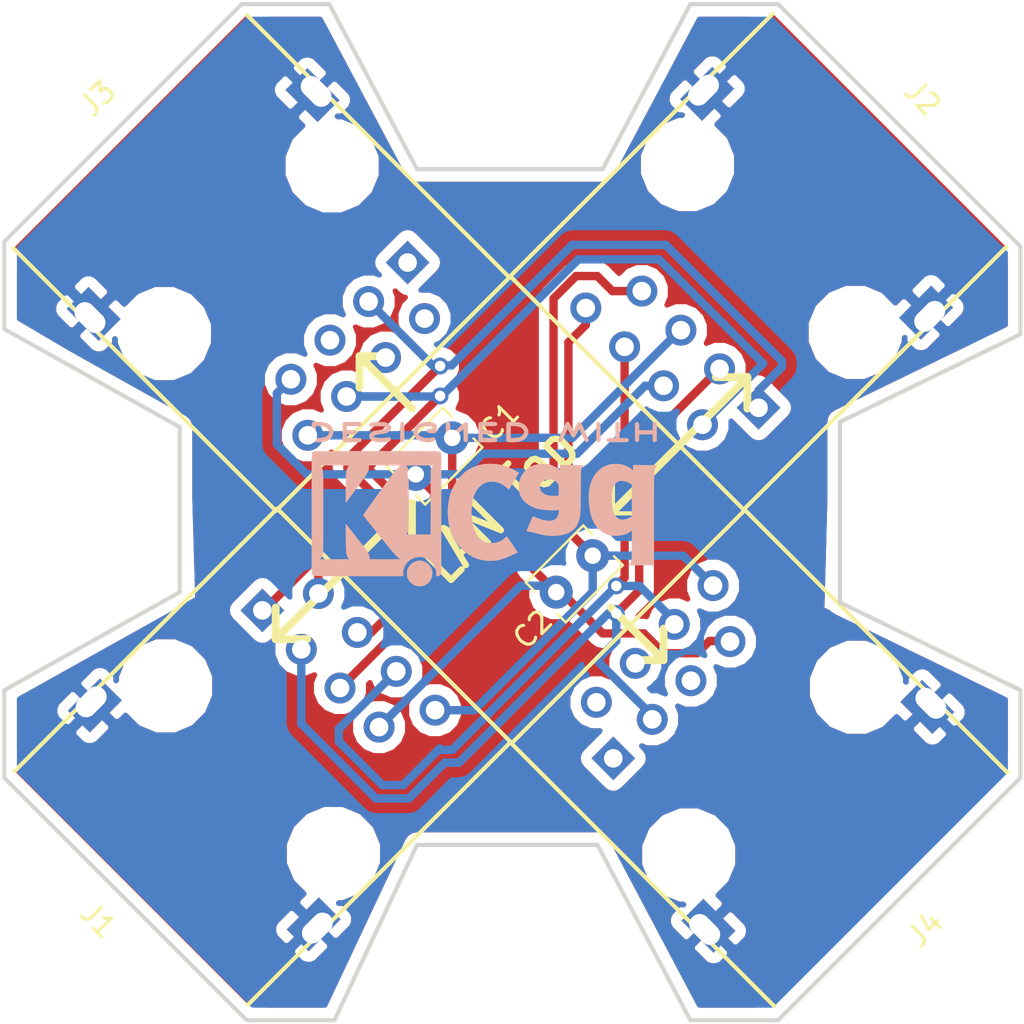
<source format=kicad_pcb>
(kicad_pcb (version 4) (host pcbnew 4.0.6)

  (general
    (links 31)
    (no_connects 0)
    (area 22.539499 22.049499 72.190501 71.690501)
    (thickness 1.6002)
    (drawings 58)
    (tracks 144)
    (zones 0)
    (modules 7)
    (nets 18)
  )

  (page A4)
  (title_block
    (date "17 feb 2011")
  )

  (layers
    (0 Front signal)
    (31 Back signal)
    (32 B.Adhes user)
    (33 F.Adhes user)
    (34 B.Paste user)
    (35 F.Paste user)
    (36 B.SilkS user)
    (37 F.SilkS user)
    (38 B.Mask user)
    (39 F.Mask user)
    (40 Dwgs.User user)
    (41 Cmts.User user)
    (42 Eco1.User user)
    (43 Eco2.User user)
    (44 Edge.Cuts user)
  )

  (setup
    (last_trace_width 0.4064)
    (trace_clearance 0.2032)
    (zone_clearance 0.508)
    (zone_45_only no)
    (trace_min 0.2032)
    (segment_width 0.381)
    (edge_width 0.2032)
    (via_size 0.8128)
    (via_drill 0.508)
    (via_min_size 0.8128)
    (via_min_drill 0.508)
    (uvia_size 0.508)
    (uvia_drill 0.127)
    (uvias_allowed no)
    (uvia_min_size 0.508)
    (uvia_min_drill 0.127)
    (pcb_text_width 0.3048)
    (pcb_text_size 1.524 2.032)
    (mod_edge_width 0.381)
    (mod_text_size 1.524 1.524)
    (mod_text_width 0.3048)
    (pad_size 2.2352 2.2352)
    (pad_drill 1.5748)
    (pad_to_mask_clearance 0.254)
    (aux_axis_origin 0 0)
    (visible_elements 7FFFFFFF)
    (pcbplotparams
      (layerselection 0x010f0_80000001)
      (usegerberextensions true)
      (excludeedgelayer true)
      (linewidth 0.100000)
      (plotframeref false)
      (viasonmask false)
      (mode 1)
      (useauxorigin false)
      (hpglpennumber 1)
      (hpglpenspeed 20)
      (hpglpendiameter 15)
      (hpglpenoverlay 2)
      (psnegative false)
      (psa4output false)
      (plotreference true)
      (plotvalue true)
      (plotinvisibletext false)
      (padsonsilk false)
      (subtractmaskfromsilk false)
      (outputformat 1)
      (mirror false)
      (drillshape 0)
      (scaleselection 1)
      (outputdirectory Gerber/))
  )

  (net 0 "")
  (net 1 /SIG1)
  (net 2 /SIG2)
  (net 3 /SIG3)
  (net 4 /SIG4)
  (net 5 /SIG5)
  (net 6 /SIG6)
  (net 7 /SIG7)
  (net 8 /SIG8)
  (net 9 GND)
  (net 10 "Net-(J3-Pad1)")
  (net 11 "Net-(J3-Pad2)")
  (net 12 "Net-(J3-Pad4)")
  (net 13 "Net-(J3-Pad5)")
  (net 14 "Net-(J4-Pad1)")
  (net 15 "Net-(J4-Pad2)")
  (net 16 "Net-(J4-Pad4)")
  (net 17 "Net-(J4-Pad5)")

  (net_class Default "This is the default net class."
    (clearance 0.2032)
    (trace_width 0.4064)
    (via_dia 0.8128)
    (via_drill 0.508)
    (uvia_dia 0.508)
    (uvia_drill 0.127)
    (add_net /SIG1)
    (add_net /SIG2)
    (add_net /SIG3)
    (add_net /SIG4)
    (add_net /SIG5)
    (add_net /SIG6)
    (add_net /SIG7)
    (add_net /SIG8)
    (add_net GND)
    (add_net "Net-(J3-Pad1)")
    (add_net "Net-(J3-Pad2)")
    (add_net "Net-(J3-Pad4)")
    (add_net "Net-(J3-Pad5)")
    (add_net "Net-(J4-Pad1)")
    (add_net "Net-(J4-Pad2)")
    (add_net "Net-(J4-Pad4)")
    (add_net "Net-(J4-Pad5)")
  )

  (module Symbols:KiCad-Logo2_8mm_SilkScreen (layer Back) (tedit 0) (tstamp 5B422716)
    (at 46 46.5)
    (descr "KiCad Logo")
    (tags "Logo KiCad")
    (attr virtual)
    (fp_text reference REF*** (at 0 0) (layer B.SilkS) hide
      (effects (font (size 1 1) (thickness 0.15)) (justify mirror))
    )
    (fp_text value KiCad-Logo2_8mm_SilkScreen (at 0.75 0) (layer B.Fab) hide
      (effects (font (size 1 1) (thickness 0.15)) (justify mirror))
    )
    (fp_poly (pts (xy -8.149754 -3.020945) (xy -8.097189 -3.02148) (xy -7.943165 -3.025196) (xy -7.814171 -3.036235)
      (xy -7.705809 -3.055782) (xy -7.613684 -3.085019) (xy -7.533399 -3.125133) (xy -7.460558 -3.177305)
      (xy -7.434541 -3.199969) (xy -7.391383 -3.252998) (xy -7.352467 -3.324957) (xy -7.322473 -3.40472)
      (xy -7.306081 -3.481161) (xy -7.304378 -3.509408) (xy -7.315051 -3.58771) (xy -7.343653 -3.673241)
      (xy -7.385057 -3.754199) (xy -7.434141 -3.818782) (xy -7.442113 -3.826574) (xy -7.509646 -3.881344)
      (xy -7.583598 -3.924099) (xy -7.668234 -3.955959) (xy -7.767817 -3.978044) (xy -7.886612 -3.991474)
      (xy -8.02888 -3.99737) (xy -8.094046 -3.99787) (xy -8.176901 -3.997471) (xy -8.235169 -3.995802)
      (xy -8.274316 -3.992158) (xy -8.299809 -3.985829) (xy -8.317114 -3.97611) (xy -8.32639 -3.96781)
      (xy -8.335152 -3.957728) (xy -8.342025 -3.944721) (xy -8.347238 -3.925305) (xy -8.351019 -3.895996)
      (xy -8.353597 -3.853309) (xy -8.3552 -3.793761) (xy -8.356057 -3.713866) (xy -8.356397 -3.610141)
      (xy -8.356449 -3.509408) (xy -8.35678 -3.375055) (xy -8.356708 -3.267728) (xy -8.35543 -3.216331)
      (xy -8.161065 -3.216331) (xy -8.161065 -3.802485) (xy -8.037071 -3.802371) (xy -7.962461 -3.800232)
      (xy -7.884318 -3.794719) (xy -7.81912 -3.787008) (xy -7.817136 -3.786691) (xy -7.711763 -3.761214)
      (xy -7.630032 -3.721536) (xy -7.567862 -3.665074) (xy -7.52836 -3.603942) (xy -7.50402 -3.536129)
      (xy -7.505907 -3.472455) (xy -7.534155 -3.404201) (xy -7.589408 -3.333592) (xy -7.665973 -3.281271)
      (xy -7.765495 -3.246299) (xy -7.832007 -3.233922) (xy -7.907507 -3.22523) (xy -7.987525 -3.21894)
      (xy -8.055584 -3.216324) (xy -8.059615 -3.216312) (xy -8.161065 -3.216331) (xy -8.35543 -3.216331)
      (xy -8.354636 -3.184417) (xy -8.348961 -3.122115) (xy -8.338087 -3.077811) (xy -8.320414 -3.048496)
      (xy -8.294343 -3.031161) (xy -8.258275 -3.022797) (xy -8.210612 -3.020395) (xy -8.149754 -3.020945)) (layer B.SilkS) (width 0.01))
    (fp_poly (pts (xy -6.27443 -3.021052) (xy -6.182022 -3.021548) (xy -6.112273 -3.022701) (xy -6.061483 -3.02478)
      (xy -6.025951 -3.028051) (xy -6.001978 -3.032783) (xy -5.985864 -3.039243) (xy -5.973909 -3.047699)
      (xy -5.969579 -3.051591) (xy -5.943251 -3.09294) (xy -5.938511 -3.140452) (xy -5.95583 -3.182631)
      (xy -5.963839 -3.191156) (xy -5.976792 -3.199421) (xy -5.997648 -3.205797) (xy -6.030276 -3.210595)
      (xy -6.078542 -3.214124) (xy -6.146314 -3.216694) (xy -6.23746 -3.218617) (xy -6.320791 -3.219787)
      (xy -6.650592 -3.223846) (xy -6.659606 -3.396686) (xy -6.435742 -3.396686) (xy -6.338554 -3.397525)
      (xy -6.267403 -3.401032) (xy -6.218291 -3.408695) (xy -6.187217 -3.422003) (xy -6.170184 -3.442441)
      (xy -6.163192 -3.471499) (xy -6.16213 -3.498467) (xy -6.16543 -3.531557) (xy -6.177883 -3.55594)
      (xy -6.20332 -3.572889) (xy -6.245571 -3.583679) (xy -6.308466 -3.589584) (xy -6.395835 -3.591877)
      (xy -6.443521 -3.592071) (xy -6.658106 -3.592071) (xy -6.658106 -3.802485) (xy -6.327455 -3.802485)
      (xy -6.21907 -3.802636) (xy -6.136697 -3.803314) (xy -6.076289 -3.804856) (xy -6.033799 -3.807599)
      (xy -6.005181 -3.811881) (xy -5.986388 -3.818039) (xy -5.973374 -3.826409) (xy -5.966745 -3.832544)
      (xy -5.944007 -3.868349) (xy -5.936686 -3.900177) (xy -5.947139 -3.939054) (xy -5.966745 -3.96781)
      (xy -5.977205 -3.976863) (xy -5.990708 -3.983893) (xy -6.010886 -3.989154) (xy -6.041371 -3.992901)
      (xy -6.085795 -3.99539) (xy -6.147791 -3.996875) (xy -6.230991 -3.997611) (xy -6.339027 -3.997854)
      (xy -6.395089 -3.99787) (xy -6.515144 -3.997763) (xy -6.608774 -3.997275) (xy -6.679609 -3.996149)
      (xy -6.731281 -3.994131) (xy -6.767423 -3.990966) (xy -6.791668 -3.986399) (xy -6.807647 -3.980176)
      (xy -6.818993 -3.97204) (xy -6.823432 -3.96781) (xy -6.832217 -3.957696) (xy -6.839104 -3.944648)
      (xy -6.844321 -3.92517) (xy -6.848099 -3.895764) (xy -6.85067 -3.852934) (xy -6.852264 -3.793184)
      (xy -6.853111 -3.713017) (xy -6.853442 -3.608937) (xy -6.853491 -3.512028) (xy -6.853446 -3.387923)
      (xy -6.853134 -3.290366) (xy -6.852288 -3.215846) (xy -6.850642 -3.160851) (xy -6.847929 -3.12187)
      (xy -6.843883 -3.095393) (xy -6.838237 -3.077906) (xy -6.830726 -3.0659) (xy -6.821082 -3.055863)
      (xy -6.818706 -3.053626) (xy -6.807175 -3.043719) (xy -6.793778 -3.036048) (xy -6.774796 -3.030326)
      (xy -6.746515 -3.026268) (xy -6.705218 -3.023588) (xy -6.647188 -3.022002) (xy -6.568709 -3.021224)
      (xy -6.466066 -3.020968) (xy -6.393196 -3.020946) (xy -6.27443 -3.021052)) (layer B.SilkS) (width 0.01))
    (fp_poly (pts (xy -4.914988 -3.022657) (xy -4.815383 -3.02962) (xy -4.722744 -3.040495) (xy -4.642458 -3.054874)
      (xy -4.579908 -3.072346) (xy -4.540481 -3.092502) (xy -4.534429 -3.098435) (xy -4.513384 -3.144475)
      (xy -4.519766 -3.19174) (xy -4.552407 -3.232178) (xy -4.553964 -3.233337) (xy -4.573163 -3.245797)
      (xy -4.593205 -3.252349) (xy -4.62116 -3.253144) (xy -4.664099 -3.248336) (xy -4.729091 -3.238075)
      (xy -4.734319 -3.237211) (xy -4.831161 -3.225314) (xy -4.935644 -3.219445) (xy -5.040435 -3.219388)
      (xy -5.138202 -3.224927) (xy -5.221612 -3.235845) (xy -5.283333 -3.251925) (xy -5.287388 -3.253541)
      (xy -5.332164 -3.278629) (xy -5.347896 -3.304018) (xy -5.33558 -3.328987) (xy -5.296215 -3.352816)
      (xy -5.230798 -3.374782) (xy -5.140326 -3.394166) (xy -5.08 -3.403498) (xy -4.9546 -3.421449)
      (xy -4.854865 -3.437859) (xy -4.776546 -3.454148) (xy -4.715393 -3.471738) (xy -4.667159 -3.492049)
      (xy -4.627595 -3.516503) (xy -4.592452 -3.54652) (xy -4.564211 -3.575996) (xy -4.530708 -3.617067)
      (xy -4.514219 -3.652382) (xy -4.509063 -3.695893) (xy -4.508876 -3.711828) (xy -4.512748 -3.764705)
      (xy -4.528227 -3.804043) (xy -4.555015 -3.83896) (xy -4.609459 -3.892334) (xy -4.67017 -3.933038)
      (xy -4.741658 -3.9624) (xy -4.828436 -3.981747) (xy -4.935014 -3.992406) (xy -5.065903 -3.995705)
      (xy -5.087515 -3.995649) (xy -5.174798 -3.99384) (xy -5.261359 -3.989729) (xy -5.337762 -3.983906)
      (xy -5.39457 -3.976961) (xy -5.399164 -3.976164) (xy -5.455645 -3.962784) (xy -5.503552 -3.945882)
      (xy -5.530673 -3.930431) (xy -5.555911 -3.889666) (xy -5.557669 -3.842198) (xy -5.535912 -3.799895)
      (xy -5.531044 -3.795112) (xy -5.510922 -3.780899) (xy -5.485758 -3.774776) (xy -5.446813 -3.775818)
      (xy -5.399535 -3.781234) (xy -5.346705 -3.786073) (xy -5.272648 -3.790155) (xy -5.186191 -3.793118)
      (xy -5.096163 -3.794597) (xy -5.072485 -3.794694) (xy -4.982122 -3.79433) (xy -4.915989 -3.792576)
      (xy -4.868267 -3.788823) (xy -4.833138 -3.782463) (xy -4.804782 -3.772887) (xy -4.787741 -3.764911)
      (xy -4.750296 -3.742765) (xy -4.726421 -3.722708) (xy -4.722932 -3.717023) (xy -4.730293 -3.693545)
      (xy -4.765287 -3.670817) (xy -4.825488 -3.64987) (xy -4.908471 -3.631736) (xy -4.93292 -3.627697)
      (xy -5.060622 -3.607639) (xy -5.16254 -3.590874) (xy -5.242606 -3.576183) (xy -5.304754 -3.562348)
      (xy -5.352918 -3.548151) (xy -5.391032 -3.532373) (xy -5.42303 -3.513796) (xy -5.452844 -3.491202)
      (xy -5.48441 -3.463373) (xy -5.495032 -3.453616) (xy -5.532273 -3.417202) (xy -5.551987 -3.388352)
      (xy -5.559699 -3.355338) (xy -5.560947 -3.313735) (xy -5.547215 -3.232151) (xy -5.506178 -3.162834)
      (xy -5.43807 -3.106008) (xy -5.343127 -3.061897) (xy -5.275384 -3.042112) (xy -5.201759 -3.029333)
      (xy -5.113561 -3.022104) (xy -5.016176 -3.020015) (xy -4.914988 -3.022657)) (layer B.SilkS) (width 0.01))
    (fp_poly (pts (xy -3.892663 -3.051006) (xy -3.883901 -3.061088) (xy -3.877028 -3.074095) (xy -3.871815 -3.093511)
      (xy -3.868034 -3.12282) (xy -3.865456 -3.165507) (xy -3.863853 -3.225055) (xy -3.862995 -3.30495)
      (xy -3.862656 -3.408676) (xy -3.862603 -3.509408) (xy -3.862696 -3.634352) (xy -3.863127 -3.732721)
      (xy -3.864123 -3.808001) (xy -3.865915 -3.863674) (xy -3.868729 -3.903226) (xy -3.872796 -3.930141)
      (xy -3.878342 -3.947903) (xy -3.885597 -3.959997) (xy -3.892663 -3.96781) (xy -3.936602 -3.994012)
      (xy -3.98342 -3.991661) (xy -4.025309 -3.963084) (xy -4.034934 -3.951927) (xy -4.042455 -3.938983)
      (xy -4.048134 -3.920672) (xy -4.052227 -3.893418) (xy -4.054995 -3.85364) (xy -4.056696 -3.797762)
      (xy -4.057589 -3.722204) (xy -4.057933 -3.623388) (xy -4.057988 -3.511514) (xy -4.057988 -3.094728)
      (xy -4.021097 -3.057837) (xy -3.975625 -3.0268) (xy -3.931516 -3.025681) (xy -3.892663 -3.051006)) (layer B.SilkS) (width 0.01))
    (fp_poly (pts (xy -2.596262 -3.028312) (xy -2.505041 -3.043618) (xy -2.434982 -3.067411) (xy -2.389404 -3.09874)
      (xy -2.376984 -3.116614) (xy -2.364354 -3.158185) (xy -2.372853 -3.195792) (xy -2.399685 -3.231455)
      (xy -2.441376 -3.248139) (xy -2.50187 -3.246784) (xy -2.548659 -3.237745) (xy -2.652628 -3.220523)
      (xy -2.75888 -3.218887) (xy -2.877809 -3.232865) (xy -2.91066 -3.238788) (xy -3.021245 -3.269967)
      (xy -3.107759 -3.316346) (xy -3.169253 -3.377135) (xy -3.204778 -3.451544) (xy -3.212125 -3.490014)
      (xy -3.207316 -3.568063) (xy -3.176266 -3.637117) (xy -3.121806 -3.695829) (xy -3.046764 -3.742853)
      (xy -2.95397 -3.776843) (xy -2.846252 -3.796454) (xy -2.726441 -3.800341) (xy -2.597365 -3.787156)
      (xy -2.590077 -3.785912) (xy -2.538738 -3.77635) (xy -2.510272 -3.767114) (xy -2.497934 -3.753409)
      (xy -2.494978 -3.730442) (xy -2.494911 -3.718279) (xy -2.494911 -3.667219) (xy -2.586077 -3.667219)
      (xy -2.666582 -3.661704) (xy -2.721521 -3.64413) (xy -2.753486 -3.612953) (xy -2.765072 -3.56663)
      (xy -2.765213 -3.560584) (xy -2.758435 -3.520989) (xy -2.735191 -3.492717) (xy -2.69193 -3.474007)
      (xy -2.625101 -3.4631) (xy -2.56037 -3.45909) (xy -2.466287 -3.456789) (xy -2.398044 -3.4603)
      (xy -2.351501 -3.473255) (xy -2.322518 -3.499286) (xy -2.306955 -3.542027) (xy -2.300671 -3.60511)
      (xy -2.299526 -3.687964) (xy -2.301402 -3.780446) (xy -2.307046 -3.843354) (xy -2.316482 -3.876939)
      (xy -2.318313 -3.879569) (xy -2.370125 -3.921534) (xy -2.44609 -3.954768) (xy -2.541392 -3.978559)
      (xy -2.651216 -3.992199) (xy -2.770746 -3.994978) (xy -2.895166 -3.986185) (xy -2.968343 -3.975385)
      (xy -3.08312 -3.942898) (xy -3.189796 -3.889786) (xy -3.279111 -3.820855) (xy -3.292686 -3.807078)
      (xy -3.336792 -3.749158) (xy -3.376589 -3.677376) (xy -3.407427 -3.602119) (xy -3.424657 -3.533777)
      (xy -3.426734 -3.507529) (xy -3.417893 -3.452777) (xy -3.394395 -3.384655) (xy -3.360749 -3.31295)
      (xy -3.321464 -3.247449) (xy -3.286755 -3.203698) (xy -3.205603 -3.138619) (xy -3.100698 -3.086821)
      (xy -2.9758 -3.049474) (xy -2.834667 -3.027753) (xy -2.705325 -3.022445) (xy -2.596262 -3.028312)) (layer B.SilkS) (width 0.01))
    (fp_poly (pts (xy -1.73092 -3.02678) (xy -1.699545 -3.045185) (xy -1.658522 -3.075285) (xy -1.605724 -3.118496)
      (xy -1.539025 -3.176238) (xy -1.456299 -3.249928) (xy -1.35542 -3.340984) (xy -1.239941 -3.445674)
      (xy -0.999467 -3.663743) (xy -0.991952 -3.371044) (xy -0.989239 -3.27029) (xy -0.986622 -3.195258)
      (xy -0.98352 -3.14162) (xy -0.979356 -3.105046) (xy -0.973551 -3.081207) (xy -0.965524 -3.065774)
      (xy -0.954697 -3.054418) (xy -0.948956 -3.049646) (xy -0.902983 -3.024413) (xy -0.859237 -3.028102)
      (xy -0.824535 -3.049659) (xy -0.789053 -3.078371) (xy -0.78464 -3.497686) (xy -0.783419 -3.621007)
      (xy -0.782797 -3.717884) (xy -0.78299 -3.79193) (xy -0.784214 -3.846757) (xy -0.786684 -3.885979)
      (xy -0.790614 -3.913209) (xy -0.79622 -3.932059) (xy -0.803718 -3.946141) (xy -0.812033 -3.957435)
      (xy -0.830022 -3.978382) (xy -0.847921 -3.992267) (xy -0.868212 -3.997596) (xy -0.893378 -3.992876)
      (xy -0.9259 -3.976613) (xy -0.968263 -3.947313) (xy -1.022948 -3.903482) (xy -1.092437 -3.843627)
      (xy -1.179215 -3.766254) (xy -1.277515 -3.67735) (xy -1.63071 -3.356971) (xy -1.638225 -3.648713)
      (xy -1.640943 -3.749283) (xy -1.643567 -3.82414) (xy -1.646679 -3.87762) (xy -1.650862 -3.914062)
      (xy -1.656697 -3.937804) (xy -1.664766 -3.953182) (xy -1.675651 -3.964536) (xy -1.681221 -3.969162)
      (xy -1.730456 -3.994578) (xy -1.776977 -3.990745) (xy -1.817489 -3.958269) (xy -1.826756 -3.945203)
      (xy -1.833979 -3.929945) (xy -1.839412 -3.908832) (xy -1.843308 -3.878205) (xy -1.845921 -3.834402)
      (xy -1.847507 -3.773763) (xy -1.848318 -3.692627) (xy -1.848608 -3.587333) (xy -1.848639 -3.509408)
      (xy -1.848541 -3.387524) (xy -1.848079 -3.292039) (xy -1.846997 -3.219291) (xy -1.845043 -3.165619)
      (xy -1.841962 -3.127363) (xy -1.8375 -3.100863) (xy -1.831403 -3.082456) (xy -1.823417 -3.068484)
      (xy -1.817489 -3.060547) (xy -1.802462 -3.041748) (xy -1.788418 -3.027553) (xy -1.77323 -3.019382)
      (xy -1.754773 -3.018652) (xy -1.73092 -3.02678)) (layer B.SilkS) (width 0.01))
    (fp_poly (pts (xy 0.30667 -3.021203) (xy 0.408331 -3.02242) (xy 0.486236 -3.025266) (xy 0.543535 -3.03041)
      (xy 0.583381 -3.03852) (xy 0.608922 -3.050267) (xy 0.623311 -3.066318) (xy 0.629699 -3.087344)
      (xy 0.631235 -3.114012) (xy 0.631243 -3.117162) (xy 0.629909 -3.147326) (xy 0.623605 -3.170639)
      (xy 0.608876 -3.188042) (xy 0.582269 -3.200476) (xy 0.540328 -3.208881) (xy 0.4796 -3.214201)
      (xy 0.39663 -3.217375) (xy 0.287965 -3.219345) (xy 0.254659 -3.219781) (xy -0.067633 -3.223846)
      (xy -0.07214 -3.310266) (xy -0.076648 -3.396686) (xy 0.147217 -3.396686) (xy 0.234675 -3.397009)
      (xy 0.297123 -3.398373) (xy 0.339608 -3.401375) (xy 0.367177 -3.406609) (xy 0.384876 -3.414671)
      (xy 0.397751 -3.426156) (xy 0.397834 -3.426247) (xy 0.421184 -3.471007) (xy 0.42034 -3.519383)
      (xy 0.395833 -3.560622) (xy 0.390983 -3.564861) (xy 0.373769 -3.575785) (xy 0.35018 -3.583385)
      (xy 0.314961 -3.588233) (xy 0.262854 -3.590902) (xy 0.188604 -3.591964) (xy 0.141116 -3.592071)
      (xy -0.075148 -3.592071) (xy -0.075148 -3.802485) (xy 0.253174 -3.802485) (xy 0.361572 -3.802675)
      (xy 0.443889 -3.80345) (xy 0.504103 -3.80512) (xy 0.546189 -3.807994) (xy 0.574125 -3.812383)
      (xy 0.591888 -3.818595) (xy 0.603454 -3.82694) (xy 0.606369 -3.82997) (xy 0.62789 -3.87197)
      (xy 0.629464 -3.91975) (xy 0.611809 -3.961178) (xy 0.597839 -3.974473) (xy 0.583308 -3.981792)
      (xy 0.560792 -3.987455) (xy 0.52673 -3.991659) (xy 0.477561 -3.994604) (xy 0.409722 -3.996487)
      (xy 0.319652 -3.997506) (xy 0.203791 -3.997861) (xy 0.177597 -3.99787) (xy 0.059793 -3.997792)
      (xy -0.03165 -3.997367) (xy -0.100432 -3.996302) (xy -0.15025 -3.994305) (xy -0.184806 -3.991086)
      (xy -0.207796 -3.986352) (xy -0.22292 -3.979813) (xy -0.233877 -3.971177) (xy -0.239888 -3.964976)
      (xy -0.248936 -3.953993) (xy -0.256004 -3.940388) (xy -0.261337 -3.920592) (xy -0.265178 -3.891038)
      (xy -0.267771 -3.848157) (xy -0.269359 -3.788381) (xy -0.270185 -3.708143) (xy -0.270494 -3.603875)
      (xy -0.270532 -3.516116) (xy -0.270438 -3.393144) (xy -0.269989 -3.296605) (xy -0.268938 -3.222875)
      (xy -0.267036 -3.168326) (xy -0.264037 -3.129335) (xy -0.259691 -3.102275) (xy -0.253752 -3.08352)
      (xy -0.245971 -3.069446) (xy -0.239382 -3.060547) (xy -0.208232 -3.020946) (xy 0.178102 -3.020946)
      (xy 0.30667 -3.021203)) (layer B.SilkS) (width 0.01))
    (fp_poly (pts (xy 1.355737 -3.021223) (xy 1.527455 -3.027029) (xy 1.673509 -3.044637) (xy 1.796307 -3.075099)
      (xy 1.898257 -3.119471) (xy 1.981768 -3.178807) (xy 2.049247 -3.25416) (xy 2.103103 -3.346586)
      (xy 2.104162 -3.34884) (xy 2.136303 -3.43156) (xy 2.147755 -3.50482) (xy 2.138474 -3.578548)
      (xy 2.108415 -3.662671) (xy 2.102715 -3.675473) (xy 2.063839 -3.750398) (xy 2.020149 -3.808293)
      (xy 1.96376 -3.857508) (xy 1.886792 -3.906393) (xy 1.88232 -3.908945) (xy 1.815317 -3.941131)
      (xy 1.739585 -3.965168) (xy 1.650258 -3.981887) (xy 1.542469 -3.992115) (xy 1.411352 -3.996682)
      (xy 1.365026 -3.997079) (xy 1.14443 -3.99787) (xy 1.11328 -3.958269) (xy 1.10404 -3.945247)
      (xy 1.096832 -3.93004) (xy 1.091404 -3.909002) (xy 1.087505 -3.878486) (xy 1.084883 -3.834847)
      (xy 1.084028 -3.802485) (xy 1.292545 -3.802485) (xy 1.417536 -3.802485) (xy 1.490677 -3.800346)
      (xy 1.565761 -3.794717) (xy 1.627384 -3.786779) (xy 1.631103 -3.786111) (xy 1.740553 -3.756748)
      (xy 1.825448 -3.712633) (xy 1.888472 -3.651719) (xy 1.932314 -3.57196) (xy 1.939937 -3.55082)
      (xy 1.94741 -3.517898) (xy 1.944175 -3.485372) (xy 1.928433 -3.4421) (xy 1.918944 -3.420843)
      (xy 1.887871 -3.364356) (xy 1.850433 -3.324727) (xy 1.809241 -3.29713) (xy 1.72673 -3.261218)
      (xy 1.621133 -3.235204) (xy 1.498118 -3.220224) (xy 1.409024 -3.216928) (xy 1.292545 -3.216331)
      (xy 1.292545 -3.802485) (xy 1.084028 -3.802485) (xy 1.083286 -3.774436) (xy 1.082464 -3.693608)
      (xy 1.082164 -3.588717) (xy 1.08213 -3.506698) (xy 1.08213 -3.094728) (xy 1.119021 -3.057837)
      (xy 1.135394 -3.042884) (xy 1.153097 -3.032644) (xy 1.177819 -3.026237) (xy 1.215248 -3.022783)
      (xy 1.271073 -3.021403) (xy 1.350982 -3.021217) (xy 1.355737 -3.021223)) (layer B.SilkS) (width 0.01))
    (fp_poly (pts (xy 4.985501 -3.023566) (xy 5.011582 -3.032886) (xy 5.012588 -3.033342) (xy 5.048006 -3.06037)
      (xy 5.06752 -3.088172) (xy 5.071338 -3.101208) (xy 5.071149 -3.118528) (xy 5.065776 -3.143203)
      (xy 5.054042 -3.1783) (xy 5.034767 -3.226889) (xy 5.006776 -3.292038) (xy 4.96889 -3.376817)
      (xy 4.919932 -3.484295) (xy 4.892985 -3.543039) (xy 4.844324 -3.647909) (xy 4.798644 -3.74435)
      (xy 4.757688 -3.828834) (xy 4.7232 -3.897836) (xy 4.696923 -3.94783) (xy 4.6806 -3.97529)
      (xy 4.67737 -3.979083) (xy 4.636043 -3.995816) (xy 4.589363 -3.993575) (xy 4.551924 -3.973223)
      (xy 4.550398 -3.971568) (xy 4.535505 -3.949022) (xy 4.510523 -3.905107) (xy 4.478533 -3.845476)
      (xy 4.442614 -3.775782) (xy 4.429706 -3.750099) (xy 4.332268 -3.554933) (xy 4.22606 -3.766943)
      (xy 4.188151 -3.840197) (xy 4.152981 -3.903726) (xy 4.123422 -3.952667) (xy 4.102348 -3.982158)
      (xy 4.095206 -3.988412) (xy 4.039692 -3.996881) (xy 3.993883 -3.979083) (xy 3.980408 -3.960061)
      (xy 3.95709 -3.917785) (xy 3.925831 -3.856416) (xy 3.888534 -3.780112) (xy 3.8471 -3.693035)
      (xy 3.803432 -3.599343) (xy 3.759432 -3.503197) (xy 3.717002 -3.408757) (xy 3.678044 -3.320181)
      (xy 3.644461 -3.241632) (xy 3.618155 -3.177267) (xy 3.601028 -3.131247) (xy 3.594983 -3.107733)
      (xy 3.595045 -3.106881) (xy 3.609754 -3.077292) (xy 3.639156 -3.047156) (xy 3.640887 -3.045844)
      (xy 3.677024 -3.025418) (xy 3.710448 -3.025616) (xy 3.722976 -3.029467) (xy 3.738241 -3.037789)
      (xy 3.754452 -3.054161) (xy 3.773553 -3.081978) (xy 3.797489 -3.124636) (xy 3.828205 -3.185531)
      (xy 3.867645 -3.268061) (xy 3.903212 -3.344243) (xy 3.944131 -3.43255) (xy 3.980798 -3.511962)
      (xy 4.011308 -3.578332) (xy 4.033756 -3.627511) (xy 4.046237 -3.655349) (xy 4.048057 -3.659704)
      (xy 4.056244 -3.652585) (xy 4.075059 -3.622777) (xy 4.102 -3.574632) (xy 4.134562 -3.512499)
      (xy 4.14752 -3.486864) (xy 4.191414 -3.400301) (xy 4.225265 -3.337261) (xy 4.251851 -3.294078)
      (xy 4.273949 -3.267088) (xy 4.294338 -3.252624) (xy 4.315794 -3.247023) (xy 4.329777 -3.24639)
      (xy 4.354442 -3.248576) (xy 4.376056 -3.257615) (xy 4.397532 -3.277233) (xy 4.421784 -3.311153)
      (xy 4.451724 -3.363098) (xy 4.490267 -3.436794) (xy 4.511532 -3.478716) (xy 4.546026 -3.54553)
      (xy 4.57611 -3.600937) (xy 4.599131 -3.640263) (xy 4.612434 -3.658832) (xy 4.614243 -3.659605)
      (xy 4.622834 -3.644991) (xy 4.642068 -3.607043) (xy 4.670019 -3.549732) (xy 4.704761 -3.477032)
      (xy 4.744367 -3.392912) (xy 4.76385 -3.35113) (xy 4.814534 -3.243299) (xy 4.855347 -3.160326)
      (xy 4.888408 -3.099502) (xy 4.915835 -3.058121) (xy 4.939746 -3.033476) (xy 4.962262 -3.02286)
      (xy 4.985501 -3.023566)) (layer B.SilkS) (width 0.01))
    (fp_poly (pts (xy 5.576558 -3.030013) (xy 5.608128 -3.049678) (xy 5.64361 -3.078409) (xy 5.64361 -3.506502)
      (xy 5.643497 -3.631726) (xy 5.643013 -3.730383) (xy 5.64194 -3.805966) (xy 5.640062 -3.861969)
      (xy 5.63716 -3.901883) (xy 5.633017 -3.929202) (xy 5.627416 -3.947417) (xy 5.620139 -3.960022)
      (xy 5.614978 -3.966232) (xy 5.573122 -3.993516) (xy 5.525459 -3.992403) (xy 5.483707 -3.969138)
      (xy 5.448225 -3.940407) (xy 5.448225 -3.078409) (xy 5.483707 -3.049678) (xy 5.517952 -3.028778)
      (xy 5.545917 -3.020946) (xy 5.576558 -3.030013)) (layer B.SilkS) (width 0.01))
    (fp_poly (pts (xy 6.607631 -3.021075) (xy 6.712419 -3.021579) (xy 6.793753 -3.022632) (xy 6.854934 -3.024412)
      (xy 6.899265 -3.027093) (xy 6.930048 -3.03085) (xy 6.950585 -3.035861) (xy 6.964179 -3.042299)
      (xy 6.970757 -3.047248) (xy 7.004898 -3.090565) (xy 7.009028 -3.135539) (xy 6.98793 -3.176396)
      (xy 6.974133 -3.192722) (xy 6.959286 -3.203854) (xy 6.937769 -3.210786) (xy 6.903962 -3.214513)
      (xy 6.852246 -3.21603) (xy 6.777001 -3.21633) (xy 6.762223 -3.216331) (xy 6.567929 -3.216331)
      (xy 6.567929 -3.577041) (xy 6.567801 -3.690737) (xy 6.56722 -3.778221) (xy 6.56589 -3.843338)
      (xy 6.563514 -3.889934) (xy 6.559798 -3.921855) (xy 6.554446 -3.942948) (xy 6.547161 -3.957059)
      (xy 6.53787 -3.96781) (xy 6.494025 -3.994232) (xy 6.448254 -3.99215) (xy 6.406744 -3.962005)
      (xy 6.403695 -3.958269) (xy 6.393766 -3.944146) (xy 6.386202 -3.927622) (xy 6.380683 -3.904682)
      (xy 6.376887 -3.871309) (xy 6.374496 -3.823491) (xy 6.373188 -3.75721) (xy 6.372645 -3.668454)
      (xy 6.372545 -3.567499) (xy 6.372545 -3.216331) (xy 6.187004 -3.216331) (xy 6.107381 -3.215792)
      (xy 6.052258 -3.213693) (xy 6.016086 -3.209307) (xy 5.993316 -3.201912) (xy 5.978401 -3.190781)
      (xy 5.97659 -3.188846) (xy 5.954812 -3.144593) (xy 5.956738 -3.094565) (xy 5.981775 -3.051006)
      (xy 5.991458 -3.042556) (xy 6.003942 -3.035857) (xy 6.022557 -3.030705) (xy 6.050631 -3.026897)
      (xy 6.091495 -3.024233) (xy 6.148476 -3.022508) (xy 6.224906 -3.02152) (xy 6.324111 -3.021068)
      (xy 6.449423 -3.020948) (xy 6.476087 -3.020946) (xy 6.607631 -3.021075)) (layer B.SilkS) (width 0.01))
    (fp_poly (pts (xy 8.292813 -3.028224) (xy 8.334589 -3.057837) (xy 8.371479 -3.094728) (xy 8.371479 -3.506698)
      (xy 8.371383 -3.629022) (xy 8.370926 -3.724934) (xy 8.369857 -3.79808) (xy 8.367925 -3.852106)
      (xy 8.364877 -3.890659) (xy 8.360463 -3.917384) (xy 8.35443 -3.93593) (xy 8.346528 -3.949941)
      (xy 8.340329 -3.958269) (xy 8.299415 -3.990985) (xy 8.252436 -3.994536) (xy 8.209498 -3.974473)
      (xy 8.19531 -3.962628) (xy 8.185826 -3.946894) (xy 8.180105 -3.921558) (xy 8.177207 -3.880906)
      (xy 8.176192 -3.819224) (xy 8.176095 -3.771574) (xy 8.176095 -3.592071) (xy 7.514793 -3.592071)
      (xy 7.514793 -3.755369) (xy 7.514109 -3.830041) (xy 7.511373 -3.88136) (xy 7.505558 -3.916013)
      (xy 7.495638 -3.940691) (xy 7.483643 -3.958269) (xy 7.4425 -3.990893) (xy 7.395971 -3.994756)
      (xy 7.351427 -3.971568) (xy 7.339266 -3.959412) (xy 7.330677 -3.943297) (xy 7.325012 -3.918196)
      (xy 7.321623 -3.87908) (xy 7.319862 -3.820922) (xy 7.319082 -3.738694) (xy 7.31899 -3.719822)
      (xy 7.318346 -3.564893) (xy 7.318014 -3.43721) (xy 7.318122 -3.333963) (xy 7.318799 -3.252339)
      (xy 7.320172 -3.189528) (xy 7.32237 -3.142717) (xy 7.32552 -3.109095) (xy 7.329752 -3.085851)
      (xy 7.335192 -3.070172) (xy 7.341969 -3.059247) (xy 7.349468 -3.051006) (xy 7.391887 -3.024643)
      (xy 7.436126 -3.028224) (xy 7.477902 -3.057837) (xy 7.494807 -3.076943) (xy 7.505583 -3.098047)
      (xy 7.511595 -3.128104) (xy 7.51421 -3.174069) (xy 7.514793 -3.242896) (xy 7.514793 -3.396686)
      (xy 8.176095 -3.396686) (xy 8.176095 -3.238875) (xy 8.17677 -3.166172) (xy 8.17948 -3.117081)
      (xy 8.185255 -3.085172) (xy 8.195123 -3.064014) (xy 8.206154 -3.051006) (xy 8.248573 -3.024643)
      (xy 8.292813 -3.028224)) (layer B.SilkS) (width 0.01))
    (fp_poly (pts (xy -3.922722 3.342976) (xy -3.908256 3.191281) (xy -3.866163 3.047997) (xy -3.798393 2.916193)
      (xy -3.706899 2.798942) (xy -3.593635 2.699313) (xy -3.46451 2.622271) (xy -3.323028 2.569521)
      (xy -3.180554 2.544799) (xy -3.039896 2.546316) (xy -2.903864 2.572283) (xy -2.775267 2.62091)
      (xy -2.656914 2.690407) (xy -2.551614 2.778986) (xy -2.462177 2.884857) (xy -2.391412 3.00623)
      (xy -2.342129 3.141317) (xy -2.317135 3.288326) (xy -2.314556 3.354756) (xy -2.314556 3.471835)
      (xy -2.24542 3.471835) (xy -2.197081 3.468047) (xy -2.161271 3.452338) (xy -2.125183 3.420734)
      (xy -2.074083 3.369633) (xy -2.074083 0.451862) (xy -2.074095 0.102862) (xy -2.074138 -0.217332)
      (xy -2.074223 -0.509974) (xy -2.074361 -0.776318) (xy -2.074562 -1.017617) (xy -2.074838 -1.235125)
      (xy -2.0752 -1.430095) (xy -2.075658 -1.60378) (xy -2.076223 -1.757435) (xy -2.076906 -1.892313)
      (xy -2.077717 -2.009668) (xy -2.078669 -2.110753) (xy -2.079771 -2.196821) (xy -2.081035 -2.269127)
      (xy -2.08247 -2.328923) (xy -2.084089 -2.377464) (xy -2.085902 -2.416003) (xy -2.08792 -2.445793)
      (xy -2.090154 -2.468089) (xy -2.092614 -2.484143) (xy -2.095312 -2.49521) (xy -2.098258 -2.502542)
      (xy -2.099699 -2.505005) (xy -2.105241 -2.51434) (xy -2.109947 -2.522923) (xy -2.115045 -2.530784)
      (xy -2.121765 -2.537955) (xy -2.131336 -2.544467) (xy -2.144986 -2.550353) (xy -2.163945 -2.555642)
      (xy -2.189442 -2.560368) (xy -2.222705 -2.56456) (xy -2.264964 -2.568251) (xy -2.317448 -2.571472)
      (xy -2.381386 -2.574254) (xy -2.458007 -2.57663) (xy -2.54854 -2.578629) (xy -2.654214 -2.580284)
      (xy -2.776258 -2.581627) (xy -2.915901 -2.582687) (xy -3.074372 -2.583498) (xy -3.2529 -2.58409)
      (xy -3.452715 -2.584495) (xy -3.675045 -2.584744) (xy -3.921119 -2.584869) (xy -4.192166 -2.584901)
      (xy -4.489416 -2.584871) (xy -4.814097 -2.584811) (xy -5.167438 -2.584752) (xy -5.218541 -2.584746)
      (xy -5.573985 -2.584689) (xy -5.900594 -2.584595) (xy -6.199592 -2.584455) (xy -6.472204 -2.584259)
      (xy -6.719653 -2.583997) (xy -6.943164 -2.58366) (xy -7.14396 -2.583239) (xy -7.323266 -2.582723)
      (xy -7.482307 -2.582104) (xy -7.622306 -2.581371) (xy -7.744487 -2.580515) (xy -7.850075 -2.579526)
      (xy -7.940293 -2.578394) (xy -8.016366 -2.577111) (xy -8.079519 -2.575666) (xy -8.130975 -2.574049)
      (xy -8.171958 -2.572252) (xy -8.203692 -2.570265) (xy -8.227402 -2.568077) (xy -8.244312 -2.565679)
      (xy -8.255646 -2.563063) (xy -8.261448 -2.560841) (xy -8.272714 -2.556088) (xy -8.283058 -2.552578)
      (xy -8.292517 -2.549068) (xy -8.301132 -2.544313) (xy -8.308942 -2.537069) (xy -8.315985 -2.526091)
      (xy -8.322302 -2.510135) (xy -8.327931 -2.487955) (xy -8.332912 -2.458309) (xy -8.337284 -2.419951)
      (xy -8.341086 -2.371637) (xy -8.344358 -2.312122) (xy -8.347139 -2.240163) (xy -8.349467 -2.154513)
      (xy -8.351383 -2.053931) (xy -8.352925 -1.937169) (xy -8.354134 -1.802985) (xy -8.355047 -1.650134)
      (xy -8.355705 -1.477371) (xy -8.356146 -1.283452) (xy -8.356411 -1.067133) (xy -8.356536 -0.827168)
      (xy -8.356564 -0.562314) (xy -8.356533 -0.271326) (xy -8.356481 0.04704) (xy -8.356449 0.39403)
      (xy -8.356449 0.450148) (xy -8.356467 0.800159) (xy -8.356501 1.121364) (xy -8.356515 1.415017)
      (xy -8.356476 1.682372) (xy -8.356351 1.924683) (xy -8.356103 2.143203) (xy -8.3557 2.339187)
      (xy -8.355107 2.513887) (xy -8.354335 2.660237) (xy -7.951149 2.660237) (xy -7.898174 2.583225)
      (xy -7.883302 2.562232) (xy -7.869895 2.543644) (xy -7.857876 2.52588) (xy -7.84717 2.507362)
      (xy -7.837703 2.486509) (xy -7.829397 2.461743) (xy -7.822178 2.431483) (xy -7.815969 2.39415)
      (xy -7.810696 2.348165) (xy -7.806282 2.291948) (xy -7.802652 2.22392) (xy -7.79973 2.1425)
      (xy -7.797441 2.04611) (xy -7.795709 1.93317) (xy -7.794458 1.802101) (xy -7.793614 1.651322)
      (xy -7.793099 1.479254) (xy -7.792839 1.284319) (xy -7.792757 1.064935) (xy -7.792779 0.819524)
      (xy -7.792828 0.546506) (xy -7.79284 0.383255) (xy -7.792808 0.094417) (xy -7.792763 -0.165943)
      (xy -7.792779 -0.399406) (xy -7.792931 -0.607554) (xy -7.793294 -0.791969) (xy -7.793943 -0.954231)
      (xy -7.794953 -1.095922) (xy -7.796399 -1.218624) (xy -7.798355 -1.323917) (xy -7.800896 -1.413383)
      (xy -7.804097 -1.488603) (xy -7.808033 -1.551159) (xy -7.81278 -1.602632) (xy -7.81841 -1.644603)
      (xy -7.825001 -1.678653) (xy -7.832626 -1.706365) (xy -7.84136 -1.729318) (xy -7.851279 -1.749096)
      (xy -7.862456 -1.767278) (xy -7.874967 -1.785446) (xy -7.888888 -1.805182) (xy -7.896997 -1.817019)
      (xy -7.948618 -1.893728) (xy -7.240914 -1.893728) (xy -7.076826 -1.893681) (xy -6.940367 -1.893481)
      (xy -6.829109 -1.893033) (xy -6.740621 -1.892244) (xy -6.672476 -1.89102) (xy -6.622243 -1.889269)
      (xy -6.587493 -1.886897) (xy -6.565798 -1.88381) (xy -6.554727 -1.879916) (xy -6.551851 -1.87512)
      (xy -6.554741 -1.86933) (xy -6.556333 -1.867426) (xy -6.589817 -1.81807) (xy -6.624296 -1.747773)
      (xy -6.655729 -1.665227) (xy -6.666738 -1.630061) (xy -6.672884 -1.606175) (xy -6.678078 -1.578135)
      (xy -6.68243 -1.543165) (xy -6.686048 -1.498489) (xy -6.689043 -1.441329) (xy -6.691523 -1.36891)
      (xy -6.693598 -1.278455) (xy -6.695377 -1.167188) (xy -6.69697 -1.032331) (xy -6.698486 -0.871109)
      (xy -6.698988 -0.811597) (xy -6.700342 -0.644976) (xy -6.701352 -0.506026) (xy -6.701941 -0.392361)
      (xy -6.702031 -0.301596) (xy -6.701544 -0.231344) (xy -6.700403 -0.179219) (xy -6.69853 -0.142834)
      (xy -6.695847 -0.119804) (xy -6.692276 -0.107742) (xy -6.687739 -0.104261) (xy -6.682159 -0.106976)
      (xy -6.676203 -0.112722) (xy -6.662417 -0.129943) (xy -6.63305 -0.168651) (xy -6.590179 -0.22601)
      (xy -6.535882 -0.299181) (xy -6.472237 -0.385326) (xy -6.401323 -0.481609) (xy -6.325216 -0.585192)
      (xy -6.245995 -0.693237) (xy -6.165738 -0.802907) (xy -6.086522 -0.911364) (xy -6.010426 -1.01577)
      (xy -5.939527 -1.113289) (xy -5.875903 -1.201083) (xy -5.821633 -1.276314) (xy -5.778793 -1.336144)
      (xy -5.749462 -1.377737) (xy -5.74338 -1.386567) (xy -5.712864 -1.435698) (xy -5.677172 -1.49959)
      (xy -5.643357 -1.565542) (xy -5.639069 -1.574437) (xy -5.610208 -1.638602) (xy -5.593452 -1.68861)
      (xy -5.585823 -1.736307) (xy -5.584334 -1.792278) (xy -5.585178 -1.893728) (xy -4.048204 -1.893728)
      (xy -4.169575 -1.768938) (xy -4.231879 -1.70251) (xy -4.29883 -1.627316) (xy -4.360132 -1.555063)
      (xy -4.387325 -1.52131) (xy -4.427849 -1.468661) (xy -4.481176 -1.397817) (xy -4.545747 -1.310947)
      (xy -4.620001 -1.210222) (xy -4.702381 -1.097809) (xy -4.791326 -0.975879) (xy -4.885278 -0.846602)
      (xy -4.982678 -0.712146) (xy -5.081965 -0.574681) (xy -5.181581 -0.436377) (xy -5.279967 -0.299403)
      (xy -5.375564 -0.165929) (xy -5.466812 -0.038124) (xy -5.552152 0.081843) (xy -5.630025 0.191801)
      (xy -5.698871 0.289582) (xy -5.757132 0.373016) (xy -5.803249 0.439934) (xy -5.835661 0.488166)
      (xy -5.85281 0.515542) (xy -5.85515 0.521004) (xy -5.844554 0.536083) (xy -5.816868 0.57227)
      (xy -5.773909 0.627299) (xy -5.71749 0.698907) (xy -5.649426 0.784829) (xy -5.571533 0.882802)
      (xy -5.485625 0.990562) (xy -5.393517 1.105845) (xy -5.297023 1.226386) (xy -5.197959 1.349921)
      (xy -5.118438 1.448918) (xy -3.772426 1.448918) (xy -3.764558 1.431667) (xy -3.74548 1.402045)
      (xy -3.744086 1.400072) (xy -3.719073 1.359927) (xy -3.692916 1.310891) (xy -3.687725 1.300059)
      (xy -3.683017 1.288837) (xy -3.678857 1.275366) (xy -3.675203 1.25779) (xy -3.672015 1.234255)
      (xy -3.669255 1.202906) (xy -3.666881 1.161888) (xy -3.664853 1.109348) (xy -3.663132 1.043429)
      (xy -3.661676 0.962277) (xy -3.660447 0.864038) (xy -3.659404 0.746857) (xy -3.658506 0.608879)
      (xy -3.657714 0.448249) (xy -3.656988 0.263112) (xy -3.656287 0.051614) (xy -3.655577 -0.186509)
      (xy -3.65486 -0.432967) (xy -3.654282 -0.651229) (xy -3.653931 -0.843155) (xy -3.653898 -1.010607)
      (xy -3.654272 -1.155449) (xy -3.655143 -1.27954) (xy -3.656601 -1.384744) (xy -3.658736 -1.472922)
      (xy -3.661637 -1.545936) (xy -3.665394 -1.605648) (xy -3.670097 -1.65392) (xy -3.675835 -1.692614)
      (xy -3.682699 -1.723591) (xy -3.690778 -1.748714) (xy -3.700162 -1.769845) (xy -3.71094 -1.788845)
      (xy -3.723203 -1.807576) (xy -3.73452 -1.824175) (xy -3.757334 -1.859182) (xy -3.770843 -1.882593)
      (xy -3.772426 -1.88688) (xy -3.757905 -1.888314) (xy -3.716375 -1.889646) (xy -3.650889 -1.890845)
      (xy -3.564495 -1.891877) (xy -3.460246 -1.892712) (xy -3.341192 -1.893317) (xy -3.210384 -1.89366)
      (xy -3.118639 -1.893728) (xy -2.978855 -1.893434) (xy -2.849924 -1.892593) (xy -2.734758 -1.891263)
      (xy -2.63627 -1.889503) (xy -2.557376 -1.887372) (xy -2.500988 -1.884928) (xy -2.47002 -1.882231)
      (xy -2.464852 -1.880538) (xy -2.4751 -1.860697) (xy -2.485749 -1.850006) (xy -2.503286 -1.827204)
      (xy -2.526237 -1.786929) (xy -2.54211 -1.754231) (xy -2.577574 -1.675799) (xy -2.581668 -0.108964)
      (xy -2.585762 1.45787) (xy -3.179094 1.45787) (xy -3.309323 1.457651) (xy -3.42967 1.457027)
      (xy -3.536932 1.456047) (xy -3.627907 1.454757) (xy -3.699393 1.453208) (xy -3.748186 1.451446)
      (xy -3.771085 1.449521) (xy -3.772426 1.448918) (xy -5.118438 1.448918) (xy -5.09814 1.474187)
      (xy -4.99938 1.596919) (xy -4.903493 1.715853) (xy -4.812296 1.828726) (xy -4.727602 1.933272)
      (xy -4.651227 2.027229) (xy -4.584984 2.108332) (xy -4.53069 2.174316) (xy -4.507838 2.201835)
      (xy -4.392952 2.335851) (xy -4.290971 2.446697) (xy -4.199355 2.536991) (xy -4.115566 2.609349)
      (xy -4.103077 2.619158) (xy -4.050473 2.659904) (xy -4.803864 2.66007) (xy -5.557254 2.660237)
      (xy -5.550213 2.596361) (xy -5.55461 2.520016) (xy -5.583276 2.429118) (xy -5.636496 2.322943)
      (xy -5.696817 2.226708) (xy -5.718409 2.196559) (xy -5.755758 2.146559) (xy -5.806637 2.079558)
      (xy -5.86882 1.998409) (xy -5.940081 1.905962) (xy -6.018192 1.805067) (xy -6.100928 1.698577)
      (xy -6.186063 1.589342) (xy -6.271369 1.480213) (xy -6.354621 1.374041) (xy -6.433592 1.273677)
      (xy -6.506055 1.181973) (xy -6.569785 1.101779) (xy -6.622555 1.035946) (xy -6.662138 0.987326)
      (xy -6.686309 0.95877) (xy -6.690381 0.954379) (xy -6.694188 0.965038) (xy -6.697135 1.00537)
      (xy -6.699217 1.075) (xy -6.700429 1.173553) (xy -6.700766 1.300656) (xy -6.700223 1.455932)
      (xy -6.699013 1.615681) (xy -6.697253 1.791569) (xy -6.695223 1.940333) (xy -6.692593 2.064908)
      (xy -6.689031 2.168229) (xy -6.684206 2.253231) (xy -6.677787 2.322848) (xy -6.669444 2.380016)
      (xy -6.658844 2.427669) (xy -6.645657 2.468743) (xy -6.629552 2.506173) (xy -6.610197 2.542893)
      (xy -6.59065 2.576229) (xy -6.540063 2.660237) (xy -7.951149 2.660237) (xy -8.354335 2.660237)
      (xy -8.354291 2.668558) (xy -8.353218 2.804453) (xy -8.351853 2.922826) (xy -8.350162 3.024931)
      (xy -8.348112 3.112021) (xy -8.345668 3.18535) (xy -8.342796 3.246171) (xy -8.339462 3.29574)
      (xy -8.335633 3.335308) (xy -8.331274 3.36613) (xy -8.326351 3.38946) (xy -8.32083 3.406552)
      (xy -8.314678 3.418658) (xy -8.307859 3.427033) (xy -8.30034 3.43293) (xy -8.292087 3.437604)
      (xy -8.283067 3.442307) (xy -8.275084 3.447058) (xy -8.268117 3.450488) (xy -8.257232 3.453588)
      (xy -8.240972 3.456375) (xy -8.217879 3.458866) (xy -8.186497 3.461077) (xy -8.145368 3.463024)
      (xy -8.093034 3.464724) (xy -8.028039 3.466193) (xy -7.948925 3.467448) (xy -7.854236 3.468506)
      (xy -7.742512 3.469382) (xy -7.612299 3.470093) (xy -7.462137 3.470655) (xy -7.29057 3.471086)
      (xy -7.096141 3.471401) (xy -6.877392 3.471617) (xy -6.632866 3.47175) (xy -6.361105 3.471817)
      (xy -6.079996 3.471835) (xy -3.922722 3.471835) (xy -3.922722 3.342976)) (layer B.SilkS) (width 0.01))
    (fp_poly (pts (xy 0.437258 2.730527) (xy 0.650464 2.702337) (xy 0.868727 2.648897) (xy 1.094796 2.569675)
      (xy 1.331418 2.464144) (xy 1.34642 2.456762) (xy 1.423232 2.41945) (xy 1.49186 2.387395)
      (xy 1.547297 2.362834) (xy 1.584536 2.348008) (xy 1.597278 2.344616) (xy 1.622863 2.337949)
      (xy 1.629003 2.332349) (xy 1.622208 2.318459) (xy 1.600853 2.28346) (xy 1.567396 2.23102)
      (xy 1.524294 2.164806) (xy 1.474008 2.088486) (xy 1.418995 2.005727) (xy 1.361714 1.920199)
      (xy 1.304623 1.835567) (xy 1.250183 1.7555) (xy 1.20085 1.683666) (xy 1.159083 1.623732)
      (xy 1.127342 1.579365) (xy 1.108085 1.554235) (xy 1.105442 1.55132) (xy 1.091971 1.557509)
      (xy 1.062227 1.580377) (xy 1.021527 1.615686) (xy 1.000566 1.63496) (xy 0.872104 1.735186)
      (xy 0.730034 1.808998) (xy 0.576256 1.85573) (xy 0.412672 1.874716) (xy 0.320275 1.873157)
      (xy 0.158995 1.85031) (xy 0.013587 1.802538) (xy -0.116384 1.729492) (xy -0.231353 1.630824)
      (xy -0.331754 1.506185) (xy -0.418022 1.355224) (xy -0.467839 1.239941) (xy -0.526222 1.059276)
      (xy -0.569252 0.862922) (xy -0.59704 0.655943) (xy -0.609695 0.443402) (xy -0.60733 0.230362)
      (xy -0.590055 0.021887) (xy -0.557981 -0.176961) (xy -0.511218 -0.361118) (xy -0.449877 -0.52552)
      (xy -0.4282 -0.571124) (xy -0.33734 -0.723014) (xy -0.230219 -0.851481) (xy -0.108412 -0.955478)
      (xy 0.02651 -1.033958) (xy 0.172971 -1.085874) (xy 0.3294 -1.110179) (xy 0.384608 -1.111967)
      (xy 0.546446 -1.097428) (xy 0.706791 -1.053737) (xy 0.86361 -0.981798) (xy 1.014867 -0.882512)
      (xy 1.136564 -0.778232) (xy 1.198512 -0.718945) (xy 1.439845 -1.114709) (xy 1.499886 -1.213446)
      (xy 1.554789 -1.304262) (xy 1.602606 -1.383895) (xy 1.641391 -1.44908) (xy 1.669194 -1.496554)
      (xy 1.68407 -1.523055) (xy 1.686003 -1.527175) (xy 1.675047 -1.540009) (xy 1.640993 -1.563016)
      (xy 1.588145 -1.594015) (xy 1.520811 -1.630829) (xy 1.443294 -1.671278) (xy 1.359902 -1.713182)
      (xy 1.27494 -1.754363) (xy 1.192714 -1.792642) (xy 1.117529 -1.825838) (xy 1.053691 -1.851775)
      (xy 1.022467 -1.862997) (xy 0.844377 -1.913342) (xy 0.660791 -1.94663) (xy 0.464142 -1.963943)
      (xy 0.295341 -1.967043) (xy 0.204867 -1.965585) (xy 0.117529 -1.962792) (xy 0.041068 -1.959009)
      (xy -0.01677 -1.954578) (xy -0.035549 -1.952337) (xy -0.220628 -1.913947) (xy -0.409051 -1.853877)
      (xy -0.59209 -1.775702) (xy -0.761013 -1.683) (xy -0.864201 -1.612864) (xy -1.033826 -1.468809)
      (xy -1.19133 -1.300302) (xy -1.333795 -1.111508) (xy -1.458303 -0.906591) (xy -1.561938 -0.689715)
      (xy -1.620324 -0.53355) (xy -1.687222 -0.289076) (xy -1.731821 -0.030064) (xy -1.754135 0.237881)
      (xy -1.754179 0.509155) (xy -1.731966 0.778153) (xy -1.687509 1.039271) (xy -1.620824 1.286905)
      (xy -1.615743 1.302334) (xy -1.532022 1.518085) (xy -1.429844 1.715017) (xy -1.305742 1.898701)
      (xy -1.15625 2.074712) (xy -1.09785 2.134973) (xy -0.916596 2.299984) (xy -0.730263 2.436505)
      (xy -0.535991 2.546021) (xy -0.330921 2.630019) (xy -0.11219 2.689985) (xy 0.01503 2.71327)
      (xy 0.226363 2.733995) (xy 0.437258 2.730527)) (layer B.SilkS) (width 0.01))
    (fp_poly (pts (xy 3.559492 1.509029) (xy 3.76175 1.482382) (xy 3.941836 1.437602) (xy 4.100911 1.374331)
      (xy 4.240138 1.292213) (xy 4.343465 1.207591) (xy 4.435116 1.108892) (xy 4.506666 1.002687)
      (xy 4.563786 0.879908) (xy 4.584388 0.822567) (xy 4.601508 0.770669) (xy 4.616422 0.722545)
      (xy 4.629302 0.675754) (xy 4.64032 0.627856) (xy 4.64965 0.576413) (xy 4.657463 0.518984)
      (xy 4.663932 0.45313) (xy 4.66923 0.376411) (xy 4.67353 0.286388) (xy 4.677003 0.18062)
      (xy 4.679823 0.056669) (xy 4.682162 -0.087906) (xy 4.684193 -0.255544) (xy 4.686088 -0.448685)
      (xy 4.687755 -0.638757) (xy 4.689521 -0.846703) (xy 4.691126 -1.026797) (xy 4.692737 -1.181244)
      (xy 4.69452 -1.312249) (xy 4.696643 -1.422017) (xy 4.699272 -1.512753) (xy 4.702576 -1.586662)
      (xy 4.706719 -1.64595) (xy 4.71187 -1.692822) (xy 4.718196 -1.729483) (xy 4.725863 -1.758137)
      (xy 4.735038 -1.78099) (xy 4.745888 -1.800248) (xy 4.758581 -1.818115) (xy 4.773283 -1.836796)
      (xy 4.779009 -1.844029) (xy 4.80007 -1.874436) (xy 4.809438 -1.895142) (xy 4.809468 -1.895754)
      (xy 4.794986 -1.898682) (xy 4.753733 -1.901378) (xy 4.688997 -1.903769) (xy 4.604064 -1.905778)
      (xy 4.502223 -1.907329) (xy 4.38676 -1.908346) (xy 4.260964 -1.908753) (xy 4.246443 -1.908757)
      (xy 3.683419 -1.908757) (xy 3.679076 -1.780858) (xy 3.674734 -1.652958) (xy 3.592071 -1.720841)
      (xy 3.46249 -1.810726) (xy 3.316172 -1.883541) (xy 3.201056 -1.923787) (xy 3.109098 -1.943342)
      (xy 2.998126 -1.956647) (xy 2.878615 -1.963285) (xy 2.761037 -1.962843) (xy 2.655867 -1.954905)
      (xy 2.607633 -1.947298) (xy 2.421218 -1.89689) (xy 2.2529 -1.823874) (xy 2.103896 -1.729337)
      (xy 1.975424 -1.614365) (xy 1.868699 -1.480046) (xy 1.78494 -1.327467) (xy 1.72586 -1.159594)
      (xy 1.709438 -1.084261) (xy 1.699307 -1.001451) (xy 1.694476 -0.901815) (xy 1.693817 -0.856686)
      (xy 1.693904 -0.852446) (xy 2.705656 -0.852446) (xy 2.718029 -0.952367) (xy 2.755556 -1.037343)
      (xy 2.820085 -1.111417) (xy 2.826818 -1.117292) (xy 2.891115 -1.163659) (xy 2.959958 -1.193724)
      (xy 3.040814 -1.209595) (xy 3.141149 -1.21338) (xy 3.165257 -1.21284) (xy 3.236909 -1.209309)
      (xy 3.290203 -1.202098) (xy 3.336823 -1.188566) (xy 3.388452 -1.166072) (xy 3.40262 -1.159178)
      (xy 3.483368 -1.111478) (xy 3.545701 -1.054719) (xy 3.562659 -1.034431) (xy 3.62213 -0.959194)
      (xy 3.62213 -0.698413) (xy 3.621417 -0.593706) (xy 3.619167 -0.516552) (xy 3.615215 -0.464478)
      (xy 3.609396 -0.435009) (xy 3.603958 -0.4264) (xy 3.582755 -0.422188) (xy 3.537778 -0.418697)
      (xy 3.475305 -0.416256) (xy 3.401619 -0.415194) (xy 3.389786 -0.415174) (xy 3.22899 -0.422169)
      (xy 3.092299 -0.443693) (xy 2.977065 -0.480569) (xy 2.880641 -0.53362) (xy 2.807509 -0.596127)
      (xy 2.748201 -0.673195) (xy 2.715285 -0.757135) (xy 2.705656 -0.852446) (xy 1.693904 -0.852446)
      (xy 1.696391 -0.731864) (xy 1.707501 -0.626821) (xy 1.729129 -0.531998) (xy 1.763261 -0.437837)
      (xy 1.795209 -0.368111) (xy 1.873252 -0.241236) (xy 1.977227 -0.124042) (xy 2.10397 -0.018662)
      (xy 2.250318 0.072772) (xy 2.413106 0.148126) (xy 2.589171 0.205268) (xy 2.675266 0.225158)
      (xy 2.856574 0.254587) (xy 3.054208 0.274003) (xy 3.25585 0.282498) (xy 3.424346 0.280325)
      (xy 3.639875 0.2713) (xy 3.629997 0.349822) (xy 3.604311 0.48183) (xy 3.562861 0.589298)
      (xy 3.504501 0.673048) (xy 3.428083 0.733905) (xy 3.332461 0.772692) (xy 3.21649 0.790234)
      (xy 3.079021 0.787353) (xy 3.028462 0.782026) (xy 2.840486 0.748518) (xy 2.658338 0.693887)
      (xy 2.532485 0.643294) (xy 2.472361 0.617499) (xy 2.421194 0.596769) (xy 2.386111 0.583929)
      (xy 2.375875 0.581203) (xy 2.362902 0.59329) (xy 2.340643 0.631858) (xy 2.30889 0.697345)
      (xy 2.267432 0.790184) (xy 2.216061 0.910813) (xy 2.207277 0.931835) (xy 2.167261 1.028115)
      (xy 2.131341 1.115115) (xy 2.101069 1.189031) (xy 2.077996 1.246059) (xy 2.063674 1.282393)
      (xy 2.059538 1.294161) (xy 2.07285 1.300491) (xy 2.107833 1.307517) (xy 2.145474 1.312415)
      (xy 2.185623 1.318748) (xy 2.249246 1.331323) (xy 2.330697 1.348908) (xy 2.424336 1.37027)
      (xy 2.52452 1.394175) (xy 2.562545 1.403525) (xy 2.702419 1.437592) (xy 2.819131 1.464302)
      (xy 2.918435 1.484509) (xy 3.006085 1.499066) (xy 3.087836 1.508827) (xy 3.169441 1.514644)
      (xy 3.256656 1.51737) (xy 3.333898 1.5179) (xy 3.559492 1.509029)) (layer B.SilkS) (width 0.01))
    (fp_poly (pts (xy 8.236474 0.702633) (xy 8.2365 0.390539) (xy 8.236535 0.107038) (xy 8.236631 -0.149336)
      (xy 8.236841 -0.380048) (xy 8.237216 -0.586565) (xy 8.237809 -0.770351) (xy 8.23867 -0.932874)
      (xy 8.239853 -1.075598) (xy 8.241408 -1.19999) (xy 8.243389 -1.307515) (xy 8.245846 -1.39964)
      (xy 8.248833 -1.47783) (xy 8.2524 -1.543551) (xy 8.256599 -1.598269) (xy 8.261484 -1.643449)
      (xy 8.267104 -1.680558) (xy 8.273513 -1.711062) (xy 8.280763 -1.736426) (xy 8.288905 -1.758115)
      (xy 8.29799 -1.777597) (xy 8.308073 -1.796337) (xy 8.319203 -1.8158) (xy 8.326117 -1.827924)
      (xy 8.371736 -1.908757) (xy 7.229231 -1.908757) (xy 7.229231 -1.781006) (xy 7.228257 -1.723273)
      (xy 7.225658 -1.679119) (xy 7.221918 -1.655446) (xy 7.220265 -1.653254) (xy 7.205058 -1.662419)
      (xy 7.174817 -1.686175) (xy 7.144595 -1.711969) (xy 7.071924 -1.766201) (xy 6.979423 -1.820792)
      (xy 6.876839 -1.870725) (xy 6.773919 -1.910987) (xy 6.732843 -1.923833) (xy 6.641649 -1.943225)
      (xy 6.531343 -1.956487) (xy 6.412329 -1.963202) (xy 6.295005 -1.962953) (xy 6.189773 -1.955324)
      (xy 6.139586 -1.947592) (xy 5.95573 -1.896918) (xy 5.786245 -1.820067) (xy 5.632046 -1.717737)
      (xy 5.494044 -1.590628) (xy 5.373151 -1.43944) (xy 5.284214 -1.291927) (xy 5.211165 -1.136483)
      (xy 5.155248 -0.977586) (xy 5.115311 -0.809843) (xy 5.090207 -0.627861) (xy 5.078786 -0.426245)
      (xy 5.077819 -0.323136) (xy 5.080607 -0.247545) (xy 6.18446 -0.247545) (xy 6.184737 -0.371452)
      (xy 6.188615 -0.488199) (xy 6.196154 -0.59082) (xy 6.207411 -0.672349) (xy 6.210851 -0.688779)
      (xy 6.253189 -0.831612) (xy 6.308652 -0.947473) (xy 6.377703 -1.036654) (xy 6.460804 -1.099444)
      (xy 6.558418 -1.136137) (xy 6.67101 -1.147021) (xy 6.799041 -1.13239) (xy 6.883551 -1.111458)
      (xy 6.948978 -1.087241) (xy 7.021043 -1.052828) (xy 7.075178 -1.021272) (xy 7.169113 -0.95954)
      (xy 7.169113 0.57178) (xy 7.079369 0.629784) (xy 6.974823 0.684267) (xy 6.862742 0.719749)
      (xy 6.749411 0.735624) (xy 6.641117 0.731288) (xy 6.544145 0.706135) (xy 6.501603 0.685407)
      (xy 6.424485 0.628162) (xy 6.359305 0.552578) (xy 6.304513 0.455892) (xy 6.258561 0.335342)
      (xy 6.219897 0.188167) (xy 6.218191 0.180355) (xy 6.20465 0.097473) (xy 6.194476 -0.006116)
      (xy 6.187726 -0.123444) (xy 6.18446 -0.247545) (xy 5.080607 -0.247545) (xy 5.088272 -0.039801)
      (xy 5.117488 0.220927) (xy 5.165396 0.458877) (xy 5.231928 0.673876) (xy 5.317015 0.86575)
      (xy 5.420587 1.034326) (xy 5.542575 1.179432) (xy 5.682911 1.300895) (xy 5.743041 1.342102)
      (xy 5.877441 1.416855) (xy 6.014957 1.469591) (xy 6.161524 1.501757) (xy 6.323073 1.514797)
      (xy 6.446231 1.513405) (xy 6.618848 1.498805) (xy 6.768751 1.469761) (xy 6.900278 1.424937)
      (xy 7.017765 1.363) (xy 7.082823 1.317451) (xy 7.12192 1.288275) (xy 7.150798 1.268344)
      (xy 7.161728 1.262485) (xy 7.163878 1.276903) (xy 7.165596 1.317713) (xy 7.1669 1.381253)
      (xy 7.167805 1.46386) (xy 7.168328 1.56187) (xy 7.168487 1.671621) (xy 7.168298 1.789449)
      (xy 7.167778 1.911693) (xy 7.166944 2.034687) (xy 7.165812 2.15477) (xy 7.164399 2.268279)
      (xy 7.162723 2.37155) (xy 7.1608 2.46092) (xy 7.158646 2.532727) (xy 7.15628 2.583307)
      (xy 7.155625 2.592604) (xy 7.145537 2.686353) (xy 7.130145 2.759776) (xy 7.106528 2.822511)
      (xy 7.071767 2.884198) (xy 7.063423 2.896953) (xy 7.030895 2.945799) (xy 8.236213 2.945799)
      (xy 8.236474 0.702633)) (layer B.SilkS) (width 0.01))
    (fp_poly (pts (xy -3.02624 3.958707) (xy -2.898063 3.926438) (xy -2.782789 3.869413) (xy -2.683189 3.789828)
      (xy -2.602035 3.689875) (xy -2.542098 3.571749) (xy -2.507134 3.443525) (xy -2.499344 3.314031)
      (xy -2.51912 3.189071) (xy -2.563988 3.072101) (xy -2.631472 2.966578) (xy -2.719098 2.875958)
      (xy -2.824393 2.803697) (xy -2.944882 2.753252) (xy -3.013135 2.736712) (xy -3.072378 2.726698)
      (xy -3.118046 2.722741) (xy -3.161928 2.72517) (xy -3.215814 2.734316) (xy -3.259877 2.743602)
      (xy -3.384248 2.785553) (xy -3.495647 2.853617) (xy -3.591565 2.945731) (xy -3.669496 3.05983)
      (xy -3.688067 3.096095) (xy -3.709951 3.144513) (xy -3.723675 3.185172) (xy -3.731085 3.227951)
      (xy -3.734027 3.282728) (xy -3.734397 3.344083) (xy -3.728957 3.456394) (xy -3.711096 3.548629)
      (xy -3.677559 3.629342) (xy -3.62509 3.707086) (xy -3.573769 3.766018) (xy -3.478054 3.853645)
      (xy -3.378078 3.914132) (xy -3.267907 3.950347) (xy -3.164549 3.964027) (xy -3.02624 3.958707)) (layer B.SilkS) (width 0.01))
  )

  (module GenericEbay:RJ45 (layer Front) (tedit 5B420A80) (tstamp 5B41F9ED)
    (at 35.21 34.79 225)
    (path /4CE470AE)
    (fp_text reference J3 (at -0.03 11.24 225) (layer F.SilkS)
      (effects (font (size 1 1) (thickness 0.15)))
    )
    (fp_text value RJ45 (at 0.042426 13.166328 225) (layer F.Fab)
      (effects (font (size 1 1) (thickness 0.15)))
    )
    (fp_line (start 8 9) (end 8 -9) (layer F.SilkS) (width 0.2))
    (fp_line (start 8 -9) (end -8 -9) (layer F.SilkS) (width 0.2))
    (fp_line (start -8 -9) (end -8 9) (layer F.SilkS) (width 0.2))
    (pad "" np_thru_hole circle (at -5.75 0.9 225) (size 3.5 3.5) (drill 3.5) (layers *.Cu *.Mask))
    (pad "" np_thru_hole circle (at 5.75 0.9 225) (size 3.5 3.5) (drill 3.5) (layers *.Cu *.Mask))
    (pad 1 thru_hole rect (at -5.02 -5 225) (size 1.5 1.5) (drill 0.9) (layers *.Cu *.Mask)
      (net 10 "Net-(J3-Pad1)"))
    (pad 8 thru_hole circle (at 4.32 -7.5 225) (size 1.5 1.5) (drill 0.9) (layers *.Cu *.Mask)
      (net 5 /SIG5))
    (pad 7 thru_hole circle (at 2.98 -5 225) (size 1.5 1.5) (drill 0.9) (layers *.Cu *.Mask)
      (net 4 /SIG4))
    (pad 2 thru_hole circle (at -3.68 -7.5 225) (size 1.5 1.5) (drill 0.9) (layers *.Cu *.Mask)
      (net 11 "Net-(J3-Pad2)"))
    (pad 6 thru_hole circle (at 1.66 -7.5 225) (size 1.5 1.5) (drill 0.9) (layers *.Cu *.Mask)
      (net 2 /SIG2))
    (pad 4 thru_hole circle (at -1.01 -7.5 225) (size 1.5 1.5) (drill 0.9) (layers *.Cu *.Mask)
      (net 12 "Net-(J3-Pad4)"))
    (pad 5 thru_hole circle (at 0.3 -5 225) (size 1.5 1.5) (drill 0.9) (layers *.Cu *.Mask)
      (net 13 "Net-(J3-Pad5)"))
    (pad 3 thru_hole circle (at -2.35 -5 225) (size 1.5 1.5) (drill 0.9) (layers *.Cu *.Mask)
      (net 1 /SIG1))
    (pad 9 thru_hole rect (at -7.75 4 225) (size 1.5 2.2) (drill oval 1 1.7 (offset 0.25 0)) (layers *.Cu *.Mask)
      (net 9 GND))
    (pad 9 thru_hole rect (at 7.75 4 225) (size 1.5 2.2) (drill oval 1 1.7 (offset -0.25 0)) (layers *.Cu *.Mask)
      (net 9 GND))
    (pad 9 smd rect (at 0 7.5 225) (size 16 3) (layers Front F.Paste F.Mask)
      (net 9 GND))
  )

  (module GenericEbay:RJ45 (layer Front) (tedit 5B420A79) (tstamp 5B41F9C5)
    (at 35.27 58.72 315)
    (path /4CE47095)
    (fp_text reference J1 (at -0.03 11.24 315) (layer F.SilkS)
      (effects (font (size 1 1) (thickness 0.15)))
    )
    (fp_text value RJ45 (at -0.169706 13.590592 315) (layer F.Fab)
      (effects (font (size 1 1) (thickness 0.15)))
    )
    (fp_line (start 8 9) (end 8 -9) (layer F.SilkS) (width 0.2))
    (fp_line (start 8 -9) (end -8 -9) (layer F.SilkS) (width 0.2))
    (fp_line (start -8 -9) (end -8 9) (layer F.SilkS) (width 0.2))
    (pad "" np_thru_hole circle (at -5.75 0.9 315) (size 3.5 3.5) (drill 3.5) (layers *.Cu *.Mask))
    (pad "" np_thru_hole circle (at 5.75 0.9 315) (size 3.5 3.5) (drill 3.5) (layers *.Cu *.Mask))
    (pad 1 thru_hole rect (at -5.02 -5 315) (size 1.5 1.5) (drill 0.9) (layers *.Cu *.Mask)
      (net 1 /SIG1))
    (pad 8 thru_hole circle (at 4.32 -7.5 315) (size 1.5 1.5) (drill 0.9) (layers *.Cu *.Mask)
      (net 8 /SIG8))
    (pad 7 thru_hole circle (at 2.98 -5 315) (size 1.5 1.5) (drill 0.9) (layers *.Cu *.Mask)
      (net 7 /SIG7))
    (pad 2 thru_hole circle (at -3.68 -7.5 315) (size 1.5 1.5) (drill 0.9) (layers *.Cu *.Mask)
      (net 2 /SIG2))
    (pad 6 thru_hole circle (at 1.66 -7.5 315) (size 1.5 1.5) (drill 0.9) (layers *.Cu *.Mask)
      (net 6 /SIG6))
    (pad 4 thru_hole circle (at -1.01 -7.5 315) (size 1.5 1.5) (drill 0.9) (layers *.Cu *.Mask)
      (net 4 /SIG4))
    (pad 5 thru_hole circle (at 0.3 -5 315) (size 1.5 1.5) (drill 0.9) (layers *.Cu *.Mask)
      (net 5 /SIG5))
    (pad 3 thru_hole circle (at -2.35 -5 315) (size 1.5 1.5) (drill 0.9) (layers *.Cu *.Mask)
      (net 3 /SIG3))
    (pad 9 thru_hole rect (at -7.75 4 315) (size 1.5 2.2) (drill oval 1 1.7 (offset 0.25 0)) (layers *.Cu *.Mask)
      (net 9 GND))
    (pad 9 thru_hole rect (at 7.75 4 315) (size 1.5 2.2) (drill oval 1 1.7 (offset -0.25 0)) (layers *.Cu *.Mask)
      (net 9 GND))
    (pad 9 smd rect (at 0 7.5 315) (size 16 3) (layers Front F.Paste F.Mask)
      (net 9 GND))
  )

  (module GenericEbay:RJ45 (layer Front) (tedit 5B420A84) (tstamp 5B41F9D9)
    (at 59.29 34.73 135)
    (path /4CE4709A)
    (fp_text reference J2 (at -0.03 11.24 135) (layer F.SilkS)
      (effects (font (size 1 1) (thickness 0.15)))
    )
    (fp_text value RJ45 (at -0.282843 13.152186 135) (layer F.Fab)
      (effects (font (size 1 1) (thickness 0.15)))
    )
    (fp_line (start 8 9) (end 8 -9) (layer F.SilkS) (width 0.2))
    (fp_line (start 8 -9) (end -8 -9) (layer F.SilkS) (width 0.2))
    (fp_line (start -8 -9) (end -8 9) (layer F.SilkS) (width 0.2))
    (pad "" np_thru_hole circle (at -5.75 0.9 135) (size 3.5 3.5) (drill 3.5) (layers *.Cu *.Mask))
    (pad "" np_thru_hole circle (at 5.75 0.9 135) (size 3.5 3.5) (drill 3.5) (layers *.Cu *.Mask))
    (pad 1 thru_hole rect (at -5.02 -5 135) (size 1.5 1.5) (drill 0.9) (layers *.Cu *.Mask)
      (net 1 /SIG1))
    (pad 8 thru_hole circle (at 4.32 -7.5 135) (size 1.5 1.5) (drill 0.9) (layers *.Cu *.Mask)
      (net 8 /SIG8))
    (pad 7 thru_hole circle (at 2.98 -5 135) (size 1.5 1.5) (drill 0.9) (layers *.Cu *.Mask)
      (net 7 /SIG7))
    (pad 2 thru_hole circle (at -3.68 -7.5 135) (size 1.5 1.5) (drill 0.9) (layers *.Cu *.Mask)
      (net 2 /SIG2))
    (pad 6 thru_hole circle (at 1.66 -7.5 135) (size 1.5 1.5) (drill 0.9) (layers *.Cu *.Mask)
      (net 6 /SIG6))
    (pad 4 thru_hole circle (at -1.01 -7.5 135) (size 1.5 1.5) (drill 0.9) (layers *.Cu *.Mask)
      (net 4 /SIG4))
    (pad 5 thru_hole circle (at 0.3 -5 135) (size 1.5 1.5) (drill 0.9) (layers *.Cu *.Mask)
      (net 5 /SIG5))
    (pad 3 thru_hole circle (at -2.35 -5 135) (size 1.5 1.5) (drill 0.9) (layers *.Cu *.Mask)
      (net 3 /SIG3))
    (pad 9 thru_hole rect (at -7.75 4 135) (size 1.5 2.2) (drill oval 1 1.7 (offset 0.25 0)) (layers *.Cu *.Mask)
      (net 9 GND))
    (pad 9 thru_hole rect (at 7.75 4 135) (size 1.5 2.2) (drill oval 1 1.7 (offset -0.25 0)) (layers *.Cu *.Mask)
      (net 9 GND))
    (pad 9 smd rect (at 0 7.5 135) (size 16 3) (layers Front F.Paste F.Mask)
      (net 9 GND))
  )

  (module Capacitors_THT:C_Disc_D3.8mm_W2.6mm_P2.50mm (layer Front) (tedit 5B420F62) (tstamp 5B41F9AB)
    (at 42.69 45.04 45)
    (descr "C, Disc series, Radial, pin pitch=2.50mm, , diameter*width=3.8*2.6mm^2, Capacitor, http://www.vishay.com/docs/45233/krseries.pdf")
    (tags "C Disc series Radial pin pitch 2.50mm  diameter 3.8mm width 2.6mm Capacitor")
    (path /4CE56A8B)
    (fp_text reference C1 (at 4.666905 1.074802 45) (layer F.SilkS)
      (effects (font (size 1 1) (thickness 0.15)))
    )
    (fp_text value 220pF (at 6.081118 -0.339411 45) (layer F.Fab)
      (effects (font (size 1 1) (thickness 0.15)))
    )
    (fp_line (start -0.65 -1.3) (end -0.65 1.3) (layer F.Fab) (width 0.1))
    (fp_line (start -0.65 1.3) (end 3.15 1.3) (layer F.Fab) (width 0.1))
    (fp_line (start 3.15 1.3) (end 3.15 -1.3) (layer F.Fab) (width 0.1))
    (fp_line (start 3.15 -1.3) (end -0.65 -1.3) (layer F.Fab) (width 0.1))
    (fp_line (start -0.71 -1.36) (end 3.21 -1.36) (layer F.SilkS) (width 0.12))
    (fp_line (start -0.71 1.36) (end 3.21 1.36) (layer F.SilkS) (width 0.12))
    (fp_line (start -0.71 -1.36) (end -0.71 -0.75) (layer F.SilkS) (width 0.12))
    (fp_line (start -0.71 0.75) (end -0.71 1.36) (layer F.SilkS) (width 0.12))
    (fp_line (start 3.21 -1.36) (end 3.21 -0.75) (layer F.SilkS) (width 0.12))
    (fp_line (start 3.21 0.75) (end 3.21 1.36) (layer F.SilkS) (width 0.12))
    (fp_line (start -1.05 -1.65) (end -1.05 1.65) (layer F.CrtYd) (width 0.05))
    (fp_line (start -1.05 1.65) (end 3.55 1.65) (layer F.CrtYd) (width 0.05))
    (fp_line (start 3.55 1.65) (end 3.55 -1.65) (layer F.CrtYd) (width 0.05))
    (fp_line (start 3.55 -1.65) (end -1.05 -1.65) (layer F.CrtYd) (width 0.05))
    (fp_text user %R (at 1.25 0 45) (layer F.Fab)
      (effects (font (size 1 1) (thickness 0.15)))
    )
    (pad 1 thru_hole circle (at 0 0 45) (size 1.6 1.6) (drill 0.8) (layers *.Cu *.Mask)
      (net 4 /SIG4))
    (pad 2 thru_hole circle (at 2.5 0 45) (size 1.6 1.6) (drill 0.8) (layers *.Cu *.Mask)
      (net 5 /SIG5))
    (model ${KISYS3DMOD}/Capacitors_THT.3dshapes/C_Disc_D3.8mm_W2.6mm_P2.50mm.wrl
      (at (xyz 0 0 0))
      (scale (xyz 1 1 1))
      (rotate (xyz 0 0 0))
    )
  )

  (module Capacitors_THT:C_Disc_D3.8mm_W2.6mm_P2.50mm (layer Front) (tedit 5B420F68) (tstamp 5B41F9B1)
    (at 49.5 50.75 45)
    (descr "C, Disc series, Radial, pin pitch=2.50mm, , diameter*width=3.8*2.6mm^2, Capacitor, http://www.vishay.com/docs/45233/krseries.pdf")
    (tags "C Disc series Radial pin pitch 2.50mm  diameter 3.8mm width 2.6mm Capacitor")
    (path /4CE56A8D)
    (fp_text reference C2 (at -2.085965 0.473762 45) (layer F.SilkS)
      (effects (font (size 1 1) (thickness 0.15)))
    )
    (fp_text value 220pF (at -3.146625 1.887975 45) (layer F.Fab)
      (effects (font (size 1 1) (thickness 0.15)))
    )
    (fp_line (start -0.65 -1.3) (end -0.65 1.3) (layer F.Fab) (width 0.1))
    (fp_line (start -0.65 1.3) (end 3.15 1.3) (layer F.Fab) (width 0.1))
    (fp_line (start 3.15 1.3) (end 3.15 -1.3) (layer F.Fab) (width 0.1))
    (fp_line (start 3.15 -1.3) (end -0.65 -1.3) (layer F.Fab) (width 0.1))
    (fp_line (start -0.71 -1.36) (end 3.21 -1.36) (layer F.SilkS) (width 0.12))
    (fp_line (start -0.71 1.36) (end 3.21 1.36) (layer F.SilkS) (width 0.12))
    (fp_line (start -0.71 -1.36) (end -0.71 -0.75) (layer F.SilkS) (width 0.12))
    (fp_line (start -0.71 0.75) (end -0.71 1.36) (layer F.SilkS) (width 0.12))
    (fp_line (start 3.21 -1.36) (end 3.21 -0.75) (layer F.SilkS) (width 0.12))
    (fp_line (start 3.21 0.75) (end 3.21 1.36) (layer F.SilkS) (width 0.12))
    (fp_line (start -1.05 -1.65) (end -1.05 1.65) (layer F.CrtYd) (width 0.05))
    (fp_line (start -1.05 1.65) (end 3.55 1.65) (layer F.CrtYd) (width 0.05))
    (fp_line (start 3.55 1.65) (end 3.55 -1.65) (layer F.CrtYd) (width 0.05))
    (fp_line (start 3.55 -1.65) (end -1.05 -1.65) (layer F.CrtYd) (width 0.05))
    (fp_text user %R (at 1.25 0 45) (layer F.Fab)
      (effects (font (size 1 1) (thickness 0.15)))
    )
    (pad 1 thru_hole circle (at 0 0 45) (size 1.6 1.6) (drill 0.8) (layers *.Cu *.Mask)
      (net 7 /SIG7))
    (pad 2 thru_hole circle (at 2.5 0 45) (size 1.6 1.6) (drill 0.8) (layers *.Cu *.Mask)
      (net 8 /SIG8))
    (model ${KISYS3DMOD}/Capacitors_THT.3dshapes/C_Disc_D3.8mm_W2.6mm_P2.50mm.wrl
      (at (xyz 0 0 0))
      (scale (xyz 1 1 1))
      (rotate (xyz 0 0 0))
    )
  )

  (module GenericEbay:RJ45 (layer Front) (tedit 5B420A73) (tstamp 5B41FA01)
    (at 59.35 58.79 45)
    (path /4CE470C3)
    (fp_text reference J4 (at -0.183848 11.554125 45) (layer F.SilkS)
      (effects (font (size 1 1) (thickness 0.15)))
    )
    (fp_text value RJ45 (at -0.106066 13.470384 45) (layer F.Fab)
      (effects (font (size 1 1) (thickness 0.15)))
    )
    (fp_line (start 8 9) (end 8 -9) (layer F.SilkS) (width 0.2))
    (fp_line (start 8 -9) (end -8 -9) (layer F.SilkS) (width 0.2))
    (fp_line (start -8 -9) (end -8 9) (layer F.SilkS) (width 0.2))
    (pad "" np_thru_hole circle (at -5.75 0.9 45) (size 3.5 3.5) (drill 3.5) (layers *.Cu *.Mask))
    (pad "" np_thru_hole circle (at 5.75 0.9 45) (size 3.5 3.5) (drill 3.5) (layers *.Cu *.Mask))
    (pad 1 thru_hole rect (at -5.02 -5 45) (size 1.5 1.5) (drill 0.9) (layers *.Cu *.Mask)
      (net 14 "Net-(J4-Pad1)"))
    (pad 8 thru_hole circle (at 4.32 -7.5 45) (size 1.5 1.5) (drill 0.9) (layers *.Cu *.Mask)
      (net 8 /SIG8))
    (pad 7 thru_hole circle (at 2.98 -5 45) (size 1.5 1.5) (drill 0.9) (layers *.Cu *.Mask)
      (net 7 /SIG7))
    (pad 2 thru_hole circle (at -3.68 -7.5 45) (size 1.5 1.5) (drill 0.9) (layers *.Cu *.Mask)
      (net 15 "Net-(J4-Pad2)"))
    (pad 6 thru_hole circle (at 1.66 -7.5 45) (size 1.5 1.5) (drill 0.9) (layers *.Cu *.Mask)
      (net 6 /SIG6))
    (pad 4 thru_hole circle (at -1.01 -7.5 45) (size 1.5 1.5) (drill 0.9) (layers *.Cu *.Mask)
      (net 16 "Net-(J4-Pad4)"))
    (pad 5 thru_hole circle (at 0.3 -5 45) (size 1.5 1.5) (drill 0.9) (layers *.Cu *.Mask)
      (net 17 "Net-(J4-Pad5)"))
    (pad 3 thru_hole circle (at -2.35 -5 45) (size 1.5 1.5) (drill 0.9) (layers *.Cu *.Mask)
      (net 3 /SIG3))
    (pad 9 thru_hole rect (at -7.75 4 45) (size 1.5 2.2) (drill oval 1 1.7 (offset 0.25 0)) (layers *.Cu *.Mask)
      (net 9 GND))
    (pad 9 thru_hole rect (at 7.75 4 45) (size 1.5 2.2) (drill oval 1 1.7 (offset -0.25 0)) (layers *.Cu *.Mask)
      (net 9 GND))
    (pad 9 smd rect (at 0 7.5 45) (size 16 3) (layers Front F.Paste F.Mask)
      (net 9 GND))
  )

  (gr_line (start 38.75 71.5) (end 38.5 71.5) (angle 90) (layer Edge.Cuts) (width 0.2032))
  (gr_line (start 22.75 59.75) (end 22.75 55.5) (angle 90) (layer Edge.Cuts) (width 0.2032))
  (gr_line (start 34.5 71.5) (end 22.75 59.75) (angle 90) (layer Edge.Cuts) (width 0.2032))
  (gr_line (start 38.5 71.5) (end 34.5 71.5) (angle 90) (layer Edge.Cuts) (width 0.2032))
  (gr_line (start 72 59.75) (end 72 55.5) (angle 90) (layer Edge.Cuts) (width 0.2032))
  (gr_line (start 60.25 71.5) (end 72 59.75) (angle 90) (layer Edge.Cuts) (width 0.2032))
  (gr_line (start 56 71.5) (end 60.25 71.5) (angle 90) (layer Edge.Cuts) (width 0.2032))
  (gr_line (start 72 34) (end 72 38.25) (angle 90) (layer Edge.Cuts) (width 0.2032))
  (gr_line (start 60.25 22.25) (end 72 34) (angle 90) (layer Edge.Cuts) (width 0.2032))
  (gr_line (start 56 22.25) (end 60.25 22.25) (angle 90) (layer Edge.Cuts) (width 0.2032))
  (gr_line (start 22.75 33.75) (end 22.75 38) (angle 90) (layer Edge.Cuts) (width 0.2032))
  (gr_line (start 34.25 22.25) (end 22.75 33.75) (angle 90) (layer Edge.Cuts) (width 0.2032))
  (gr_line (start 38.5 22.25) (end 34.25 22.25) (angle 90) (layer Edge.Cuts) (width 0.2032))
  (gr_line (start 22.75 33.75) (end 34.25 22.25) (angle 90) (layer Cmts.User) (width 0.381))
  (gr_line (start 60.25 22.25) (end 72 34) (angle 90) (layer Cmts.User) (width 0.381))
  (gr_line (start 60.5 71.25) (end 72 59.75) (angle 90) (layer Cmts.User) (width 0.381))
  (gr_line (start 22.75 59.75) (end 34.5 71.5) (angle 90) (layer Cmts.User) (width 0.381))
  (gr_line (start 31.25 42.75) (end 22.75 38) (angle 90) (layer Edge.Cuts) (width 0.2032))
  (gr_line (start 31.25 50.75) (end 31.25 42.75) (angle 90) (layer Edge.Cuts) (width 0.2032))
  (gr_line (start 22.75 55.5) (end 31.25 50.75) (angle 90) (layer Edge.Cuts) (width 0.2032))
  (gr_line (start 42.75 63) (end 38.75 71.5) (angle 90) (layer Edge.Cuts) (width 0.2032))
  (gr_line (start 51.5 63) (end 42.75 63) (angle 90) (layer Edge.Cuts) (width 0.2032))
  (gr_line (start 56 71.5) (end 51.5 63) (angle 90) (layer Edge.Cuts) (width 0.2032))
  (gr_line (start 63.25 51.25) (end 72 55.5) (angle 90) (layer Edge.Cuts) (width 0.2032))
  (gr_line (start 63.25 42.5) (end 63.25 51.25) (angle 90) (layer Edge.Cuts) (width 0.2032))
  (gr_line (start 72 38.25) (end 63.25 42.5) (angle 90) (layer Edge.Cuts) (width 0.2032))
  (gr_line (start 51.75 30.25) (end 56 22.25) (angle 90) (layer Edge.Cuts) (width 0.2032))
  (gr_line (start 42.75 30.25) (end 51.75 30.25) (angle 90) (layer Edge.Cuts) (width 0.2032))
  (gr_line (start 38.5 22.25) (end 42.75 30.25) (angle 90) (layer Edge.Cuts) (width 0.2032))
  (gr_line (start 31.11 42.62) (end 22.73 38.05) (angle 90) (layer Cmts.User) (width 0.381))
  (gr_line (start 31.17 50.94) (end 31.11 42.62) (angle 90) (layer Cmts.User) (width 0.381))
  (gr_line (start 22.78 55.47) (end 31.17 50.94) (angle 90) (layer Cmts.User) (width 0.381))
  (gr_line (start 42.79 62.86) (end 38.77 71.21) (angle 90) (layer Cmts.User) (width 0.381))
  (gr_line (start 51.65 62.9) (end 42.79 62.86) (angle 90) (layer Cmts.User) (width 0.381))
  (gr_line (start 55.92 71.26) (end 51.65 62.9) (angle 90) (layer Cmts.User) (width 0.381))
  (gr_line (start 63.29 51.2) (end 71.93 55.59) (angle 90) (layer Cmts.User) (width 0.381))
  (gr_line (start 63.25 42.52) (end 63.29 51.2) (angle 90) (layer Cmts.User) (width 0.381))
  (gr_line (start 71.87 38.3) (end 63.25 42.52) (angle 90) (layer Cmts.User) (width 0.381))
  (gr_line (start 51.73 30.17) (end 56.02 22.24) (angle 90) (layer Cmts.User) (width 0.381))
  (gr_line (start 42.61 30.23) (end 51.73 30.17) (angle 90) (layer Cmts.User) (width 0.381))
  (gr_line (start 38.6 22.37) (end 42.61 30.23) (angle 90) (layer Cmts.User) (width 0.381))
  (gr_line (start 52.158 46.932) (end 53.682 46.932) (angle 90) (layer F.SilkS) (width 0.2032))
  (gr_line (start 52.158 46.932) (end 52.158 45.408) (angle 90) (layer F.SilkS) (width 0.381))
  (gr_line (start 58.762 40.328) (end 52.158 46.932) (angle 90) (layer F.SilkS) (width 0.381))
  (gr_line (start 58.762 40.328) (end 57.238 40.328) (angle 90) (layer F.SilkS) (width 0.381))
  (gr_line (start 58.762 40.328) (end 58.762 41.852) (angle 90) (layer F.SilkS) (width 0.381))
  (gr_line (start 42.506 46.424) (end 42.506 47.948) (angle 90) (layer F.SilkS) (width 0.381))
  (gr_line (start 42.506 46.424) (end 40.982 46.424) (angle 90) (layer F.SilkS) (width 0.381))
  (gr_line (start 35.902 53.028) (end 42.506 46.424) (angle 90) (layer F.SilkS) (width 0.381))
  (gr_line (start 35.902 53.028) (end 37.426 53.028) (angle 90) (layer F.SilkS) (width 0.381))
  (gr_line (start 35.902 53.028) (end 35.902 51.504) (angle 90) (layer F.SilkS) (width 0.381))
  (gr_line (start 54.698 54.044) (end 52.158 51.504) (angle 90) (layer F.SilkS) (width 0.381))
  (gr_line (start 54.698 54.044) (end 53.174 54.044) (angle 90) (layer F.SilkS) (width 0.381))
  (gr_line (start 54.698 54.044) (end 54.698 52.52) (angle 90) (layer F.SilkS) (width 0.381))
  (gr_line (start 39.966 39.312) (end 42.506 41.852) (angle 90) (layer F.SilkS) (width 0.381))
  (gr_line (start 39.966 39.312) (end 41.49 39.312) (angle 90) (layer F.SilkS) (width 0.381))
  (gr_line (start 39.966 39.312) (end 39.966 40.836) (angle 90) (layer F.SilkS) (width 0.381))
  (gr_text "LAN Tap" (at 46.75 46.5 45) (layer F.SilkS)
    (effects (font (size 2.032 1.524) (thickness 0.3048)))
  )

  (segment (start 35.32521 51.63479) (end 40.79 46.17) (width 0.4064) (layer Front) (net 1) (tstamp 5B420805))
  (segment (start 40.79 46.17) (end 40.79 46.15) (width 0.4064) (layer Front) (net 1) (tstamp 5B420807))
  (segment (start 40.79 46.15) (end 39.38 44.74) (width 0.4064) (layer Front) (net 1) (tstamp 5B420809))
  (segment (start 39.38 44.74) (end 39.38 44.28) (width 0.4064) (layer Front) (net 1) (tstamp 5B42080C))
  (segment (start 39.38 44.28) (end 43.87 39.79) (width 0.4064) (layer Front) (net 1) (tstamp 5B42080E))
  (via (at 43.87 39.79) (size 0.8128) (drill 0.508) (layers Front Back) (net 1))
  (segment (start 43.87 39.79) (end 43.87 39.76) (width 0.4064) (layer Back) (net 1) (tstamp 5B420818))
  (segment (start 35.255858 51.63479) (end 35.32521 51.63479) (width 0.4064) (layer Front) (net 1))
  (segment (start 43.87 39.76) (end 43.87 39.88) (width 0.4064) (layer Back) (net 1) (tstamp 5B420819))
  (segment (start 43.87 39.88) (end 43.87 39.76) (width 0.4064) (layer Back) (net 1) (tstamp 5B42081B))
  (segment (start 54.81 33.92) (end 50.27 33.92) (width 0.4064) (layer Back) (net 1))
  (segment (start 60.44 39.55) (end 54.81 33.92) (width 0.4064) (layer Back) (net 1) (tstamp 5B4204E5))
  (segment (start 60.44 39.84) (end 60.44 39.55) (width 0.4064) (layer Back) (net 1) (tstamp 5B4204E4))
  (segment (start 59.304142 40.975858) (end 60.44 39.84) (width 0.4064) (layer Back) (net 1) (tstamp 5B4204E3))
  (segment (start 43.503402 39.76) (end 40.407235 36.663833) (width 0.4064) (layer Back) (net 1) (tstamp 5B4207EA))
  (segment (start 44.43 39.76) (end 43.87 39.76) (width 0.4064) (layer Back) (net 1) (tstamp 5B4207E9))
  (segment (start 43.87 39.76) (end 43.503402 39.76) (width 0.4064) (layer Back) (net 1) (tstamp 5B42081C))
  (segment (start 50.27 33.92) (end 44.43 39.76) (width 0.4064) (layer Back) (net 1) (tstamp 5B4207DE))
  (segment (start 59.304142 41.81521) (end 59.304142 40.975858) (width 0.4064) (layer Back) (net 1))
  (segment (start 35.255858 51.63479) (end 35.255858 51.114142) (width 0.4064) (layer Front) (net 1))
  (segment (start 37.971148 50.814546) (end 37.971148 49.878852) (width 0.4064) (layer Front) (net 2))
  (segment (start 41.55 45.92) (end 41.45 45.82) (width 0.4064) (layer Front) (net 2) (tstamp 5B4207CC))
  (segment (start 40.37 44.74) (end 43.87 41.24) (width 0.4064) (layer Front) (net 2) (tstamp 5B42079F))
  (via (at 43.87 41.24) (size 0.8128) (drill 0.508) (layers Front Back) (net 2))
  (segment (start 43.87 41.24) (end 43.87 41.267098) (width 0.4064) (layer Back) (net 2) (tstamp 5B4207A3))
  (segment (start 43.87 41.267098) (end 43.922902 41.267098) (width 0.4064) (layer Back) (net 2) (tstamp 5B4207A4))
  (segment (start 41.45 45.82) (end 40.37 44.74) (width 0.4064) (layer Front) (net 2) (tstamp 5B4207C2))
  (segment (start 41.55 46.3) (end 41.55 45.92) (width 0.4064) (layer Front) (net 2) (tstamp 5B420843))
  (segment (start 37.971148 49.878852) (end 41.55 46.3) (width 0.4064) (layer Front) (net 2) (tstamp 5B42083A))
  (segment (start 54.48 34.62) (end 50.57 34.62) (width 0.4064) (layer Back) (net 2))
  (segment (start 50.57 34.62) (end 43.922902 41.267098) (width 0.4064) (layer Back) (net 2) (tstamp 5B420783))
  (segment (start 56.588852 42.611148) (end 59.52 39.68) (width 0.4064) (layer Back) (net 2) (tstamp 5B4204CE))
  (segment (start 59.52 39.66) (end 54.48 34.62) (width 0.4064) (layer Back) (net 2) (tstamp 5B4204D5))
  (segment (start 59.52 39.68) (end 59.52 39.66) (width 0.4064) (layer Back) (net 2) (tstamp 5B4204D3))
  (segment (start 43.922902 41.267098) (end 39.339504 41.267098) (width 0.4064) (layer Back) (net 2) (tstamp 5B42078A))
  (segment (start 41.692902 41.267098) (end 39.339504 41.267098) (width 0.4064) (layer Back) (net 2) (tstamp 5B4204DF))
  (segment (start 41.63 41.27) (end 41.632902 41.267098) (width 0.4064) (layer Back) (net 2) (tstamp 5B420741))
  (segment (start 41.632902 41.267098) (end 41.692902 41.267098) (width 0.4064) (layer Back) (net 2) (tstamp 5B420742))
  (segment (start 56.588852 42.635454) (end 56.588852 42.611148) (width 0.4064) (layer Back) (net 2))
  (segment (start 54.302765 56.886167) (end 54.378932 56.81) (width 0.4064) (layer Front) (net 3) (tstamp 5B42010C))
  (segment (start 52.41 51.78) (end 52.41 53.12) (width 0.4064) (layer Back) (net 3))
  (segment (start 51.55 54.133402) (end 54.302765 56.886167) (width 0.4064) (layer Back) (net 3) (tstamp 5B4209F9))
  (segment (start 51.55 53.98) (end 51.55 54.133402) (width 0.4064) (layer Back) (net 3) (tstamp 5B4209F6))
  (segment (start 52.41 53.12) (end 51.55 53.98) (width 0.4064) (layer Back) (net 3) (tstamp 5B4209F4))
  (segment (start 44.095 59.015) (end 44.785 59.015) (width 0.4064) (layer Back) (net 3))
  (segment (start 52.02 51.78) (end 52.41 51.78) (width 0.4064) (layer Back) (net 3) (tstamp 5B4209E6))
  (segment (start 44.785 59.015) (end 52.02 51.78) (width 0.4064) (layer Back) (net 3) (tstamp 5B4209E5))
  (segment (start 57.416167 39.927235) (end 57.395269 39.927235) (width 0.4064) (layer Front) (net 3))
  (segment (start 57.395269 39.927235) (end 53.52 43.802504) (width 0.4064) (layer Front) (net 3) (tstamp 5B4209C3))
  (segment (start 53.52 43.802504) (end 53.52 50.67) (width 0.4064) (layer Front) (net 3) (tstamp 5B4209C6))
  (segment (start 53.52 50.67) (end 52.41 51.78) (width 0.4064) (layer Front) (net 3) (tstamp 5B4209CB))
  (via (at 52.41 51.78) (size 0.8128) (drill 0.508) (layers Front Back) (net 3))
  (segment (start 52.41 51.78) (end 52.41 51.75) (width 0.4064) (layer Back) (net 3) (tstamp 5B4209D3))
  (segment (start 57.416167 39.927235) (end 57.416167 39.993833) (width 0.4064) (layer Front) (net 3))
  (segment (start 37.143833 53.522765) (end 37.143833 57.136167) (width 0.4064) (layer Back) (net 3))
  (segment (start 42.36 60.75) (end 44.095 59.015) (width 0.4064) (layer Back) (net 3) (tstamp 5B4202BB))
  (segment (start 44.095 59.015) (end 44.1 59.01) (width 0.4064) (layer Back) (net 3) (tstamp 5B4209E3))
  (segment (start 40.757666 60.75) (end 42.36 60.75) (width 0.4064) (layer Back) (net 3) (tstamp 5B4202BA))
  (segment (start 37.143833 57.136167) (end 40.757666 60.75) (width 0.4064) (layer Back) (net 3) (tstamp 5B4202B8))
  (segment (start 36.638356 40.432712) (end 36.682712 40.432712) (width 0.4064) (layer Front) (net 4) (tstamp 5B4201FF))
  (segment (start 42.69 45.04) (end 37.41 45.04) (width 0.4064) (layer Back) (net 4))
  (segment (start 35.96 41.111068) (end 36.638356 40.432712) (width 0.4064) (layer Back) (net 4) (tstamp 5B420758))
  (segment (start 35.96 43.59) (end 35.96 41.111068) (width 0.4064) (layer Back) (net 4) (tstamp 5B420756))
  (segment (start 37.41 45.04) (end 35.96 43.59) (width 0.4064) (layer Back) (net 4) (tstamp 5B420753))
  (segment (start 42.39 49.24) (end 42.39 47.42) (width 0.4064) (layer Front) (net 4))
  (segment (start 42.39 50.85) (end 42.39 49.24) (width 0.4064) (layer Front) (net 4) (tstamp 5B4201F2))
  (segment (start 40.537479 52.702521) (end 42.39 50.85) (width 0.4064) (layer Front) (net 4) (tstamp 5B4201EF))
  (segment (start 43.59 45.94) (end 42.69 45.04) (width 0.4064) (layer Front) (net 4) (tstamp 5B4206E0))
  (segment (start 43.59 46.22) (end 43.59 45.94) (width 0.4064) (layer Front) (net 4) (tstamp 5B4206DE))
  (segment (start 42.39 47.42) (end 43.59 46.22) (width 0.4064) (layer Front) (net 4) (tstamp 5B4206DB))
  (segment (start 54.700877 40.747479) (end 53.802521 40.747479) (width 0.4064) (layer Back) (net 4))
  (segment (start 53.802521 40.747479) (end 50.51 44.04) (width 0.4064) (layer Back) (net 4) (tstamp 5B420502))
  (segment (start 50.51 44.04) (end 45.93 44.04) (width 0.4064) (layer Back) (net 4) (tstamp 5B420503))
  (segment (start 45.93 44.04) (end 44.93 45.04) (width 0.4064) (layer Back) (net 4) (tstamp 5B420504))
  (segment (start 44.93 45.04) (end 42.69 45.04) (width 0.4064) (layer Back) (net 4) (tstamp 5B420508))
  (segment (start 39.859123 52.702521) (end 40.537479 52.702521) (width 0.4064) (layer Front) (net 4))
  (segment (start 43.21 48.899402) (end 43.21 47.69) (width 0.4064) (layer Front) (net 5))
  (segment (start 39.023402 55.396598) (end 43.21 51.21) (width 0.4064) (layer Front) (net 5) (tstamp 5B4201B3))
  (segment (start 43.21 51.21) (end 43.21 48.899402) (width 0.4064) (layer Front) (net 5) (tstamp 5B4201BB))
  (segment (start 44.457767 46.442233) (end 44.457767 43.272233) (width 0.4064) (layer Front) (net 5) (tstamp 5B4206CE))
  (segment (start 43.21 47.69) (end 44.457767 46.442233) (width 0.4064) (layer Front) (net 5) (tstamp 5B4206CB))
  (segment (start 37.4586 43.148002) (end 44.333536 43.148002) (width 0.4064) (layer Back) (net 5))
  (segment (start 44.333536 43.148002) (end 44.457767 43.272233) (width 0.4064) (layer Back) (net 5) (tstamp 5B42055F))
  (segment (start 55.542334 38.053402) (end 55.496598 38.053402) (width 0.4064) (layer Back) (net 5))
  (segment (start 55.496598 38.053402) (end 50.277767 43.272233) (width 0.4064) (layer Back) (net 5) (tstamp 5B4204FA))
  (segment (start 50.277767 43.272233) (end 44.457767 43.272233) (width 0.4064) (layer Back) (net 5) (tstamp 5B4204FC))
  (segment (start 39.017666 55.396598) (end 39.023402 55.396598) (width 0.4064) (layer Front) (net 5))
  (segment (start 52.41 50.45) (end 53.537594 50.45) (width 0.4064) (layer Back) (net 6))
  (segment (start 53.537594 50.45) (end 55.370496 52.282902) (width 0.4064) (layer Back) (net 6) (tstamp 5B4209AA))
  (segment (start 43.785 58.395) (end 44.465 58.395) (width 0.4064) (layer Back) (net 6))
  (segment (start 52.812902 50.047098) (end 52.41 50.45) (width 0.4064) (layer Front) (net 6) (tstamp 5B420995))
  (via (at 52.41 50.45) (size 0.8128) (drill 0.508) (layers Front Back) (net 6))
  (segment (start 52.812902 42.612902) (end 52.812902 38.859504) (width 0.4064) (layer Front) (net 6))
  (segment (start 52.812902 42.612902) (end 52.812902 50.047098) (width 0.4064) (layer Front) (net 6))
  (segment (start 44.465 58.395) (end 52.41 50.45) (width 0.4064) (layer Back) (net 6) (tstamp 5B4209A6))
  (segment (start 41.747098 54.592902) (end 38.96 57.38) (width 0.4064) (layer Back) (net 6) (tstamp 5B4202D0))
  (segment (start 42.08 60.1) (end 43.785 58.395) (width 0.4064) (layer Back) (net 6) (tstamp 5B4202E2))
  (segment (start 43.785 58.395) (end 43.85 58.33) (width 0.4064) (layer Back) (net 6) (tstamp 5B4209A4))
  (segment (start 41.07 60.1) (end 42.08 60.1) (width 0.4064) (layer Back) (net 6) (tstamp 5B4202E1))
  (segment (start 38.96 57.99) (end 41.07 60.1) (width 0.4064) (layer Back) (net 6) (tstamp 5B4202DE))
  (segment (start 38.96 57.38) (end 38.96 57.99) (width 0.4064) (layer Back) (net 6) (tstamp 5B4202D4))
  (segment (start 41.747098 54.590496) (end 41.747098 54.592902) (width 0.4064) (layer Back) (net 6))
  (segment (start 51.75 52.75) (end 53.75 52.75) (width 0.4064) (layer Front) (net 7))
  (segment (start 49.75 50.75) (end 51.75 52.75) (width 0.4064) (layer Front) (net 7) (tstamp 5B42102C))
  (segment (start 56.922712 53.117288) (end 58.071644 53.117288) (width 0.4064) (layer Front) (net 7) (tstamp 5B420578))
  (segment (start 56.33 53.71) (end 56.922712 53.117288) (width 0.4064) (layer Front) (net 7) (tstamp 5B420576))
  (segment (start 54.71 53.71) (end 56.33 53.71) (width 0.4064) (layer Front) (net 7) (tstamp 5B421083))
  (segment (start 53.75 52.75) (end 54.71 53.71) (width 0.4064) (layer Front) (net 7) (tstamp 5B42107F))
  (segment (start 48.25 50.44) (end 49.19 50.44) (width 0.4064) (layer Back) (net 7))
  (segment (start 49.19 50.44) (end 49.5 50.75) (width 0.4064) (layer Back) (net 7) (tstamp 5B42103B))
  (segment (start 49.5 50.75) (end 49.75 50.75) (width 0.4064) (layer Front) (net 7))
  (segment (start 48.255 48.505) (end 48.255 49.505) (width 0.4064) (layer Front) (net 7))
  (segment (start 48.255 49.505) (end 49.5 50.75) (width 0.4064) (layer Front) (net 7) (tstamp 5B421028))
  (segment (start 53.647288 36.158356) (end 52.218356 36.158356) (width 0.4064) (layer Front) (net 7))
  (segment (start 49.37 47.39) (end 48.255 48.505) (width 0.4064) (layer Front) (net 7) (tstamp 5B420952))
  (segment (start 48.255 48.505) (end 48.25 48.51) (width 0.4064) (layer Front) (net 7) (tstamp 5B421026))
  (segment (start 49.37 36.52) (end 49.37 47.39) (width 0.4064) (layer Front) (net 7) (tstamp 5B420950))
  (segment (start 50.46 35.43) (end 49.37 36.52) (width 0.4064) (layer Front) (net 7) (tstamp 5B42094F))
  (segment (start 51.49 35.43) (end 50.46 35.43) (width 0.4064) (layer Front) (net 7) (tstamp 5B42094D))
  (segment (start 52.218356 36.158356) (end 51.49 35.43) (width 0.4064) (layer Front) (net 7) (tstamp 5B420948))
  (segment (start 48.39 50.44) (end 48.25 50.44) (width 0.4064) (layer Back) (net 7))
  (segment (start 48.25 50.44) (end 47.764356 50.44) (width 0.4064) (layer Back) (net 7) (tstamp 5B421039))
  (segment (start 47.764356 50.44) (end 40.912712 57.291644) (width 0.4064) (layer Back) (net 7) (tstamp 5B4208D2))
  (segment (start 53.647288 36.158356) (end 53.641644 36.158356) (width 0.4064) (layer Front) (net 7))
  (segment (start 53.647288 36.158356) (end 53.647288 36.252712) (width 0.4064) (layer Front) (net 7))
  (segment (start 40.912712 57.291644) (end 40.912712 57.217288) (width 0.4064) (layer Back) (net 7))
  (segment (start 40.912712 57.291644) (end 40.912712 57.277288) (width 0.4064) (layer Back) (net 7))
  (segment (start 40.912712 57.291644) (end 40.912712 57.287288) (width 0.4064) (layer Back) (net 7))
  (segment (start 51.267767 48.982233) (end 55.651635 48.982233) (width 0.4064) (layer Back) (net 8))
  (segment (start 55.651635 48.982233) (end 57.1014 50.431998) (width 0.4064) (layer Back) (net 8) (tstamp 5B421054))
  (segment (start 43.628002 56.4714) (end 45.526492 56.4714) (width 0.4064) (layer Back) (net 8))
  (segment (start 51.267767 50.730125) (end 51.267767 48.982233) (width 0.4064) (layer Back) (net 8) (tstamp 5B42104E))
  (segment (start 45.526492 56.4714) (end 51.267767 50.730125) (width 0.4064) (layer Back) (net 8) (tstamp 5B42104C))
  (segment (start 50.09 42.14) (end 50.09 47.804466) (width 0.4064) (layer Front) (net 8))
  (segment (start 50.09 47.804466) (end 51.267767 48.982233) (width 0.4064) (layer Front) (net 8) (tstamp 5B42101F))
  (segment (start 50.09 38.64) (end 50.09 42.14) (width 0.4064) (layer Front) (net 8) (tstamp 5B42047A))
  (segment (start 50.931998 37.798002) (end 50.09 38.64) (width 0.4064) (layer Front) (net 8) (tstamp 5B420478))
  (segment (start 50.931998 36.9786) (end 50.931998 37.798002) (width 0.4064) (layer Front) (net 8))
  (segment (start 43.628002 56.4714) (end 43.8386 56.4714) (width 0.4064) (layer Back) (net 8))
  (segment (start 26.901495 32.491903) (end 32.911903 26.481495) (width 0.4064) (layer Front) (net 9) (tstamp 5B42061A))
  (segment (start 67.598505 37.38165) (end 67.598505 37.701495) (width 0.4064) (layer Front) (net 9))
  (segment (start 61.588097 26.421495) (end 67.598505 32.431903) (width 0.4064) (layer Front) (net 9) (tstamp 5B420620))
  (segment (start 61.798097 67.068505) (end 67.808505 61.058097) (width 0.4064) (layer Front) (net 9) (tstamp 5B420608))
  (segment (start 26.961495 61.018097) (end 32.971903 67.028505) (width 0.4064) (layer Front) (net 9) (tstamp 5B4205CF))

  (zone (net 9) (net_name GND) (layer Front) (tstamp 5B4210C1) (hatch edge 0.508)
    (connect_pads (clearance 0.508))
    (min_thickness 0.254)
    (fill yes (arc_segments 16) (thermal_gap 0.508) (thermal_bridge_width 0.508))
    (polygon
      (pts
        (xy 23.25 37.5) (xy 23.25 34) (xy 34.5 22.75) (xy 38.25 22.75) (xy 42.5 30.75)
        (xy 52 30.75) (xy 56.25 22.75) (xy 60 22.75) (xy 71.5 34) (xy 71.5 38)
        (xy 62.75 42.25) (xy 62.5 51.5) (xy 71.25 55.75) (xy 71.5 56) (xy 71.5 59.5)
        (xy 60 71) (xy 56.25 71) (xy 51.75 62.5) (xy 42.5 62.5) (xy 38.5 71)
        (xy 34.5 71) (xy 23.25 59.5) (xy 23.25 55.75) (xy 32 51) (xy 31.75 42.5)
      )
    )
    (filled_polygon
      (pts
        (xy 42.099497 30.595579) (xy 42.168512 30.680111) (xy 42.229145 30.770855) (xy 42.258746 30.790634) (xy 42.281261 30.818211)
        (xy 42.377375 30.869899) (xy 42.468115 30.93053) (xy 42.503032 30.937475) (xy 42.534386 30.954337) (xy 42.642965 30.965309)
        (xy 42.75 30.9866) (xy 51.75 30.9866) (xy 51.857032 30.96531) (xy 51.965613 30.954337) (xy 51.996967 30.937476)
        (xy 52.031885 30.93053) (xy 52.122626 30.869898) (xy 52.218739 30.818211) (xy 52.241254 30.790634) (xy 52.270855 30.770855)
        (xy 52.331486 30.680114) (xy 52.400503 30.59558) (xy 52.451245 30.500065) (xy 53.475119 30.500065) (xy 53.837448 31.376969)
        (xy 54.507774 32.048466) (xy 55.384045 32.412325) (xy 56.332857 32.413153) (xy 57.209761 32.050824) (xy 57.881258 31.380498)
        (xy 58.074997 30.913921) (xy 63.285684 30.913921) (xy 63.285684 31.138428) (xy 67.448207 35.300951) (xy 67.309517 35.358398)
        (xy 67.130889 35.537027) (xy 66.644441 36.023474) (xy 66.644441 36.247981) (xy 67.421728 37.025268) (xy 67.435871 37.011126)
        (xy 67.615476 37.190731) (xy 67.601333 37.204873) (xy 68.37862 37.98216) (xy 68.603127 37.98216) (xy 69.089574 37.495712)
        (xy 69.268203 37.317084) (xy 69.364876 37.083695) (xy 69.364875 36.831076) (xy 69.339353 36.76946) (xy 69.549193 36.682541)
        (xy 70.497112 35.734622) (xy 70.497112 35.510115) (xy 64.593301 29.606304) (xy 63.285684 30.913921) (xy 58.074997 30.913921)
        (xy 58.245117 30.504227) (xy 58.245945 29.555415) (xy 57.883616 28.678511) (xy 57.289114 28.08297) (xy 57.592414 27.779671)
        (xy 57.592414 27.555164) (xy 56.815127 26.777877) (xy 56.800985 26.79202) (xy 56.62138 26.612415) (xy 56.635522 26.598272)
        (xy 55.858235 25.820985) (xy 55.633728 25.820985) (xy 55.147281 26.307433) (xy 54.968652 26.486061) (xy 54.871979 26.71945)
        (xy 54.87198 26.972069) (xy 54.968653 27.205458) (xy 55.386241 27.623047) (xy 55.610744 27.623047) (xy 55.591287 27.642504)
        (xy 55.388207 27.642327) (xy 54.511303 28.004656) (xy 53.839806 28.674982) (xy 53.475947 29.551253) (xy 53.475119 30.500065)
        (xy 52.451245 30.500065) (xy 55.151691 25.416873) (xy 56.03784 25.416873) (xy 56.03784 25.64138) (xy 56.815127 26.418667)
        (xy 56.82927 26.404525) (xy 57.008875 26.58413) (xy 56.994732 26.598272) (xy 57.772019 27.375559) (xy 57.996526 27.375559)
        (xy 58.482973 26.889111) (xy 58.661602 26.710483) (xy 58.719049 26.571793) (xy 62.881572 30.734316) (xy 63.106079 30.734316)
        (xy 64.413696 29.426699) (xy 58.509885 23.522888) (xy 58.285378 23.522888) (xy 57.337459 24.470807) (xy 57.25054 24.680647)
        (xy 57.188924 24.655125) (xy 56.936305 24.655124) (xy 56.702916 24.751797) (xy 56.524288 24.930426) (xy 56.03784 25.416873)
        (xy 55.151691 25.416873) (xy 56.442774 22.9866) (xy 58.821666 22.9866) (xy 58.68949 23.118776) (xy 58.68949 23.343283)
        (xy 64.593301 29.247094) (xy 64.607444 29.232952) (xy 64.787049 29.412557) (xy 64.772906 29.426699) (xy 70.676717 35.33051)
        (xy 70.901224 35.33051) (xy 71.2634 34.968334) (xy 71.2634 37.788885) (xy 62.928177 41.837422) (xy 62.830769 41.911242)
        (xy 62.729145 41.979145) (xy 62.716811 41.997604) (xy 62.699116 42.011014) (xy 62.637371 42.116494) (xy 62.56947 42.218115)
        (xy 62.565139 42.23989) (xy 62.553923 42.25905) (xy 62.537243 42.380132) (xy 62.5134 42.5) (xy 62.5134 46.303471)
        (xy 62.373046 51.496569) (xy 62.381714 51.546231) (xy 62.409019 51.588609) (xy 62.444513 51.614238) (xy 62.69823 51.737472)
        (xy 62.699116 51.738986) (xy 62.716811 51.752396) (xy 62.729145 51.770855) (xy 62.830769 51.838758) (xy 62.928177 51.912578)
        (xy 71.2634 55.961115) (xy 71.2634 58.491666) (xy 70.961224 58.18949) (xy 70.736717 58.18949) (xy 64.832906 64.093301)
        (xy 64.847049 64.107444) (xy 64.667444 64.287049) (xy 64.653301 64.272906) (xy 58.74949 70.176717) (xy 58.74949 70.401224)
        (xy 59.111666 70.7634) (xy 56.443493 70.7634) (xy 54.916257 67.87862) (xy 56.09784 67.87862) (xy 56.09784 68.103127)
        (xy 56.584288 68.589574) (xy 56.762916 68.768203) (xy 56.996305 68.864876) (xy 57.248924 68.864875) (xy 57.31054 68.839353)
        (xy 57.397459 69.049193) (xy 58.345378 69.997112) (xy 58.569885 69.997112) (xy 64.473696 64.093301) (xy 63.166079 62.785684)
        (xy 62.941572 62.785684) (xy 58.779049 66.948207) (xy 58.721602 66.809517) (xy 58.542973 66.630889) (xy 58.056526 66.144441)
        (xy 57.832019 66.144441) (xy 57.054732 66.921728) (xy 57.068875 66.935871) (xy 56.88927 67.115476) (xy 56.875127 67.101333)
        (xy 56.09784 67.87862) (xy 54.916257 67.87862) (xy 52.844121 63.964585) (xy 53.535119 63.964585) (xy 53.897448 64.841489)
        (xy 54.567774 65.512986) (xy 55.444045 65.876845) (xy 55.650816 65.877025) (xy 55.670744 65.896953) (xy 55.446241 65.896953)
        (xy 55.028653 66.314542) (xy 54.93198 66.547931) (xy 54.931979 66.80055) (xy 55.028652 67.033939) (xy 55.207281 67.212567)
        (xy 55.693728 67.699015) (xy 55.918235 67.699015) (xy 56.695522 66.921728) (xy 56.68138 66.907586) (xy 56.860985 66.727981)
        (xy 56.875127 66.742123) (xy 57.652414 65.964836) (xy 57.652414 65.740329) (xy 57.348663 65.436579) (xy 57.941258 64.845018)
        (xy 58.305117 63.968747) (xy 58.305945 63.019935) (xy 58.04218 62.381572) (xy 63.345684 62.381572) (xy 63.345684 62.606079)
        (xy 64.653301 63.913696) (xy 70.557112 58.009885) (xy 70.557112 57.785378) (xy 69.609193 56.837459) (xy 69.399353 56.75054)
        (xy 69.424875 56.688924) (xy 69.424876 56.436305) (xy 69.328203 56.202916) (xy 69.149574 56.024288) (xy 68.663127 55.53784)
        (xy 68.43862 55.53784) (xy 67.661333 56.315127) (xy 67.675476 56.32927) (xy 67.495871 56.508875) (xy 67.481728 56.494732)
        (xy 66.704441 57.272019) (xy 66.704441 57.496526) (xy 67.190889 57.982973) (xy 67.369517 58.161602) (xy 67.508207 58.219049)
        (xy 63.345684 62.381572) (xy 58.04218 62.381572) (xy 57.943616 62.143031) (xy 57.27329 61.471534) (xy 56.397019 61.107675)
        (xy 55.448207 61.106847) (xy 54.571303 61.469176) (xy 53.899806 62.139502) (xy 53.535947 63.015773) (xy 53.535119 63.964585)
        (xy 52.844121 63.964585) (xy 52.150998 62.655354) (xy 52.081775 62.570318) (xy 52.020855 62.479145) (xy 51.991695 62.459661)
        (xy 51.969554 62.432462) (xy 51.873056 62.380389) (xy 51.781885 62.31947) (xy 51.747488 62.312628) (xy 51.716624 62.295973)
        (xy 51.607541 62.284791) (xy 51.5 62.2634) (xy 42.75 62.2634) (xy 42.625767 62.288111) (xy 42.500499 62.306942)
        (xy 42.4854 62.316032) (xy 42.468115 62.31947) (xy 42.362792 62.389845) (xy 42.254269 62.455178) (xy 42.243798 62.469354)
        (xy 42.229145 62.479145) (xy 42.158772 62.584466) (xy 42.08351 62.686358) (xy 38.28255 70.7634) (xy 35.438334 70.7634)
        (xy 35.87051 70.331224) (xy 35.87051 70.106717) (xy 29.966699 64.202906) (xy 29.952557 64.217049) (xy 29.772952 64.037444)
        (xy 29.787094 64.023301) (xy 30.146304 64.023301) (xy 36.050115 69.927112) (xy 36.274622 69.927112) (xy 37.222541 68.979193)
        (xy 37.30946 68.769353) (xy 37.371076 68.794875) (xy 37.623695 68.794876) (xy 37.857084 68.698203) (xy 38.035712 68.519574)
        (xy 38.52216 68.033127) (xy 38.52216 67.80862) (xy 37.744873 67.031333) (xy 37.730731 67.045476) (xy 37.551126 66.865871)
        (xy 37.565268 66.851728) (xy 36.787981 66.074441) (xy 36.563474 66.074441) (xy 36.077027 66.560889) (xy 35.898398 66.739517)
        (xy 35.840951 66.878207) (xy 32.857329 63.894585) (xy 36.314055 63.894585) (xy 36.676384 64.771489) (xy 37.270886 65.36703)
        (xy 36.967586 65.670329) (xy 36.967586 65.894836) (xy 37.744873 66.672123) (xy 37.759016 66.657981) (xy 37.938621 66.837586)
        (xy 37.924478 66.851728) (xy 38.701765 67.629015) (xy 38.926272 67.629015) (xy 39.412719 67.142567) (xy 39.591348 66.963939)
        (xy 39.688021 66.73055) (xy 39.68802 66.477931) (xy 39.591347 66.244542) (xy 39.173759 65.826953) (xy 38.949256 65.826953)
        (xy 38.968713 65.807496) (xy 39.171793 65.807673) (xy 40.048697 65.445344) (xy 40.720194 64.775018) (xy 41.084053 63.898747)
        (xy 41.084881 62.949935) (xy 40.722552 62.073031) (xy 40.052226 61.401534) (xy 39.175955 61.037675) (xy 38.227143 61.036847)
        (xy 37.350239 61.399176) (xy 36.678742 62.069502) (xy 36.314883 62.945773) (xy 36.314055 63.894585) (xy 32.857329 63.894585)
        (xy 31.678428 62.715684) (xy 31.453921 62.715684) (xy 30.146304 64.023301) (xy 29.787094 64.023301) (xy 23.883283 58.11949)
        (xy 23.658776 58.11949) (xy 23.4866 58.291666) (xy 23.4866 57.715378) (xy 24.062888 57.715378) (xy 24.062888 57.939885)
        (xy 29.966699 63.843696) (xy 31.274316 62.536079) (xy 31.274316 62.311572) (xy 27.111793 58.149049) (xy 27.250483 58.091602)
        (xy 27.429111 57.912973) (xy 27.915559 57.426526) (xy 27.915559 57.202019) (xy 27.138272 56.424732) (xy 27.12413 56.438875)
        (xy 26.944525 56.25927) (xy 26.958667 56.245127) (xy 26.18138 55.46784) (xy 25.956873 55.46784) (xy 25.470426 55.954288)
        (xy 25.291797 56.132916) (xy 25.195124 56.366305) (xy 25.195125 56.618924) (xy 25.220647 56.68054) (xy 25.010807 56.767459)
        (xy 24.062888 57.715378) (xy 23.4866 57.715378) (xy 23.4866 55.932182) (xy 25.040675 55.063728) (xy 26.360985 55.063728)
        (xy 26.360985 55.288235) (xy 27.138272 56.065522) (xy 27.152415 56.05138) (xy 27.33202 56.230985) (xy 27.317877 56.245127)
        (xy 28.095164 57.022414) (xy 28.319671 57.022414) (xy 28.623421 56.718663) (xy 29.214982 57.311258) (xy 30.091253 57.675117)
        (xy 31.040065 57.675945) (xy 31.916969 57.313616) (xy 32.588466 56.64329) (xy 32.952325 55.767019) (xy 32.953153 54.818207)
        (xy 32.590824 53.941303) (xy 31.920498 53.269806) (xy 31.044227 52.905947) (xy 30.095415 52.905119) (xy 29.218511 53.267448)
        (xy 28.547014 53.937774) (xy 28.183155 54.814045) (xy 28.182975 55.020816) (xy 28.163047 55.040744) (xy 28.163047 54.816241)
        (xy 27.745458 54.398653) (xy 27.512069 54.30198) (xy 27.25945 54.301979) (xy 27.026061 54.398652) (xy 26.847433 54.577281)
        (xy 26.360985 55.063728) (xy 25.040675 55.063728) (xy 31.192675 51.625846) (xy 33.54782 51.625846) (xy 33.595344 51.878417)
        (xy 33.737389 52.092599) (xy 34.798049 53.153259) (xy 34.995752 53.288344) (xy 35.246914 53.342828) (xy 35.499485 53.295304)
        (xy 35.713667 53.153259) (xy 35.857217 53.009709) (xy 35.759074 53.246063) (xy 35.758593 53.79705) (xy 35.969002 54.30628)
        (xy 36.358269 54.696226) (xy 36.867131 54.907524) (xy 37.418118 54.908005) (xy 37.783598 54.756992) (xy 37.632907 55.119896)
        (xy 37.632426 55.670883) (xy 37.842835 56.180113) (xy 38.232102 56.570059) (xy 38.740964 56.781357) (xy 39.291951 56.781838)
        (xy 39.69367 56.615852) (xy 39.527953 57.014942) (xy 39.527472 57.565929) (xy 39.737881 58.075159) (xy 40.127148 58.465105)
        (xy 40.63601 58.676403) (xy 41.186997 58.676884) (xy 41.696227 58.466475) (xy 42.086173 58.077208) (xy 42.297471 57.568346)
        (xy 42.297952 57.017359) (xy 42.087543 56.508129) (xy 41.698276 56.118183) (xy 41.189414 55.906885) (xy 40.638427 55.906404)
        (xy 40.236708 56.07239) (xy 40.402425 55.6733) (xy 40.402836 55.202558) (xy 40.472599 55.132795) (xy 40.572267 55.374011)
        (xy 40.961534 55.763957) (xy 41.470396 55.975255) (xy 42.021383 55.975736) (xy 42.398943 55.819732) (xy 42.243243 56.194698)
        (xy 42.242762 56.745685) (xy 42.453171 57.254915) (xy 42.842438 57.644861) (xy 43.3513 57.856159) (xy 43.902287 57.85664)
        (xy 44.411517 57.646231) (xy 44.801463 57.256964) (xy 45.012761 56.748102) (xy 45.013242 56.197115) (xy 44.802833 55.687885)
        (xy 44.413566 55.297939) (xy 43.904704 55.086641) (xy 43.353717 55.08616) (xy 42.976157 55.242164) (xy 43.131857 54.867198)
        (xy 43.132338 54.316211) (xy 42.921929 53.806981) (xy 42.532662 53.417035) (xy 42.289379 53.316015) (xy 43.802697 51.802697)
        (xy 43.984396 51.530765) (xy 44.0482 51.21) (xy 44.0482 48.51) (xy 47.4118 48.51) (xy 47.4168 48.535137)
        (xy 47.4168 49.505) (xy 47.480604 49.825766) (xy 47.662303 50.097697) (xy 48.065217 50.500611) (xy 48.064752 51.034187)
        (xy 48.282757 51.5618) (xy 48.686077 51.965824) (xy 49.213309 52.18475) (xy 49.784187 52.185248) (xy 49.936797 52.122191)
        (xy 51.157303 53.342697) (xy 51.429234 53.524396) (xy 51.75 53.5882) (xy 52.087271 53.5882) (xy 51.947762 53.924175)
        (xy 51.947281 54.475162) (xy 52.108276 54.864801) (xy 51.721248 54.704093) (xy 51.170261 54.703612) (xy 50.661031 54.914021)
        (xy 50.271085 55.303288) (xy 50.059787 55.81215) (xy 50.059306 56.363137) (xy 50.269715 56.872367) (xy 50.658982 57.262313)
        (xy 51.167844 57.473611) (xy 51.618649 57.474005) (xy 50.746321 58.346333) (xy 50.611236 58.544036) (xy 50.556752 58.795198)
        (xy 50.604276 59.047769) (xy 50.746321 59.261951) (xy 51.806981 60.322611) (xy 52.004684 60.457696) (xy 52.255846 60.51218)
        (xy 52.508417 60.464656) (xy 52.722599 60.322611) (xy 53.783259 59.261951) (xy 53.918344 59.064248) (xy 53.972828 58.813086)
        (xy 53.925304 58.560515) (xy 53.783259 58.346333) (xy 53.639709 58.202783) (xy 53.876063 58.300926) (xy 54.42705 58.301407)
        (xy 54.93628 58.090998) (xy 55.326226 57.701731) (xy 55.537524 57.192869) (xy 55.538005 56.641882) (xy 55.386992 56.276402)
        (xy 55.749896 56.427093) (xy 56.300883 56.427574) (xy 56.810113 56.217165) (xy 57.195091 55.832857) (xy 61.666847 55.832857)
        (xy 62.029176 56.709761) (xy 62.699502 57.381258) (xy 63.575773 57.745117) (xy 64.524585 57.745945) (xy 65.401489 57.383616)
        (xy 65.99703 56.789114) (xy 66.300329 57.092414) (xy 66.524836 57.092414) (xy 67.302123 56.315127) (xy 67.287981 56.300985)
        (xy 67.467586 56.12138) (xy 67.481728 56.135522) (xy 68.259015 55.358235) (xy 68.259015 55.133728) (xy 67.772567 54.647281)
        (xy 67.593939 54.468652) (xy 67.36055 54.371979) (xy 67.107931 54.37198) (xy 66.874542 54.468653) (xy 66.456953 54.886241)
        (xy 66.456953 55.110744) (xy 66.437496 55.091287) (xy 66.437673 54.888207) (xy 66.075344 54.011303) (xy 65.405018 53.339806)
        (xy 64.528747 52.975947) (xy 63.579935 52.975119) (xy 62.703031 53.337448) (xy 62.031534 54.007774) (xy 61.667675 54.884045)
        (xy 61.666847 55.832857) (xy 57.195091 55.832857) (xy 57.200059 55.827898) (xy 57.411357 55.319036) (xy 57.411838 54.768049)
        (xy 57.245852 54.36633) (xy 57.644942 54.532047) (xy 58.195929 54.532528) (xy 58.705159 54.322119) (xy 59.095105 53.932852)
        (xy 59.306403 53.42399) (xy 59.306884 52.873003) (xy 59.096475 52.363773) (xy 58.707208 51.973827) (xy 58.198346 51.762529)
        (xy 57.647359 51.762048) (xy 57.138129 51.972457) (xy 56.808132 52.301879) (xy 56.605471 52.342191) (xy 56.605736 52.038617)
        (xy 56.449732 51.661057) (xy 56.824698 51.816757) (xy 57.375685 51.817238) (xy 57.884915 51.606829) (xy 58.274861 51.217562)
        (xy 58.486159 50.7087) (xy 58.48664 50.157713) (xy 58.276231 49.648483) (xy 57.886964 49.258537) (xy 57.378102 49.047239)
        (xy 56.827115 49.046758) (xy 56.317885 49.257167) (xy 55.927939 49.646434) (xy 55.716641 50.155296) (xy 55.71616 50.706283)
        (xy 55.872164 51.083843) (xy 55.497198 50.928143) (xy 54.946211 50.927662) (xy 54.436981 51.138071) (xy 54.047035 51.527338)
        (xy 53.87691 51.937044) (xy 53.75 51.9118) (xy 53.463594 51.9118) (xy 54.112697 51.262697) (xy 54.294396 50.990766)
        (xy 54.3582 50.67) (xy 54.3582 44.149698) (xy 55.31897 43.188928) (xy 55.414021 43.418969) (xy 55.803288 43.808915)
        (xy 56.31215 44.020213) (xy 56.863137 44.020694) (xy 57.372367 43.810285) (xy 57.762313 43.421018) (xy 57.973611 42.912156)
        (xy 57.974005 42.461351) (xy 58.846333 43.333679) (xy 59.044036 43.468764) (xy 59.295198 43.523248) (xy 59.547769 43.475724)
        (xy 59.761951 43.333679) (xy 60.822611 42.273019) (xy 60.957696 42.075316) (xy 61.01218 41.824154) (xy 60.964656 41.571583)
        (xy 60.822611 41.357401) (xy 59.761951 40.296741) (xy 59.564248 40.161656) (xy 59.313086 40.107172) (xy 59.060515 40.154696)
        (xy 58.846333 40.296741) (xy 58.702783 40.440291) (xy 58.800926 40.203937) (xy 58.801407 39.65295) (xy 58.590998 39.14372)
        (xy 58.201731 38.753774) (xy 57.907969 38.631793) (xy 61.606847 38.631793) (xy 61.969176 39.508697) (xy 62.639502 40.180194)
        (xy 63.515773 40.544053) (xy 64.464585 40.544881) (xy 65.341489 40.182552) (xy 66.012986 39.512226) (xy 66.376845 38.635955)
        (xy 66.377025 38.429184) (xy 66.396953 38.409256) (xy 66.396953 38.633759) (xy 66.814542 39.051347) (xy 67.047931 39.14802)
        (xy 67.30055 39.148021) (xy 67.533939 39.051348) (xy 67.712567 38.872719) (xy 68.199015 38.386272) (xy 68.199015 38.161765)
        (xy 67.421728 37.384478) (xy 67.407586 37.398621) (xy 67.227981 37.219016) (xy 67.242123 37.204873) (xy 66.464836 36.427586)
        (xy 66.240329 36.427586) (xy 65.936579 36.731337) (xy 65.345018 36.138742) (xy 64.468747 35.774883) (xy 63.519935 35.774055)
        (xy 62.643031 36.136384) (xy 61.971534 36.80671) (xy 61.607675 37.682981) (xy 61.606847 38.631793) (xy 57.907969 38.631793)
        (xy 57.692869 38.542476) (xy 57.141882 38.541995) (xy 56.776402 38.693008) (xy 56.927093 38.330104) (xy 56.927574 37.779117)
        (xy 56.717165 37.269887) (xy 56.327898 36.879941) (xy 55.819036 36.668643) (xy 55.268049 36.668162) (xy 54.86633 36.834148)
        (xy 55.032047 36.435058) (xy 55.032528 35.884071) (xy 54.822119 35.374841) (xy 54.432852 34.984895) (xy 53.92399 34.773597)
        (xy 53.373003 34.773116) (xy 52.863773 34.983525) (xy 52.546069 35.300675) (xy 52.082697 34.837303) (xy 51.810766 34.655604)
        (xy 51.49 34.5918) (xy 50.46 34.5918) (xy 50.139235 34.655604) (xy 49.867303 34.837303) (xy 48.777303 35.927303)
        (xy 48.595604 36.199234) (xy 48.538248 36.487586) (xy 48.5318 36.52) (xy 48.5318 47.042806) (xy 47.657303 47.917303)
        (xy 47.475604 48.189234) (xy 47.4118 48.51) (xy 44.0482 48.51) (xy 44.0482 48.037194) (xy 45.050464 47.03493)
        (xy 45.232163 46.762999) (xy 45.295967 46.442233) (xy 45.295967 44.463122) (xy 45.673591 44.086156) (xy 45.892517 43.558924)
        (xy 45.893015 42.988046) (xy 45.67501 42.460433) (xy 45.27169 42.056409) (xy 44.74521 41.837795) (xy 44.752341 41.830676)
        (xy 44.911219 41.448056) (xy 44.91158 41.033762) (xy 44.753371 40.650865) (xy 44.617763 40.51502) (xy 44.752341 40.380676)
        (xy 44.911219 39.998056) (xy 44.91158 39.583762) (xy 44.753371 39.200865) (xy 44.460676 38.907659) (xy 44.078056 38.748781)
        (xy 43.699371 38.748451) (xy 43.898969 38.665979) (xy 44.288915 38.276712) (xy 44.500213 37.76785) (xy 44.500694 37.216863)
        (xy 44.290285 36.707633) (xy 43.901018 36.317687) (xy 43.392156 36.106389) (xy 42.941351 36.105995) (xy 43.813679 35.233667)
        (xy 43.948764 35.035964) (xy 44.003248 34.784802) (xy 43.955724 34.532231) (xy 43.813679 34.318049) (xy 42.753019 33.257389)
        (xy 42.555316 33.122304) (xy 42.304154 33.06782) (xy 42.051583 33.115344) (xy 41.837401 33.257389) (xy 40.776741 34.318049)
        (xy 40.641656 34.515752) (xy 40.587172 34.766914) (xy 40.634696 35.019485) (xy 40.776741 35.233667) (xy 40.920291 35.377217)
        (xy 40.683937 35.279074) (xy 40.13295 35.278593) (xy 39.62372 35.489002) (xy 39.233774 35.878269) (xy 39.022476 36.387131)
        (xy 39.021995 36.938118) (xy 39.173008 37.303598) (xy 38.810104 37.152907) (xy 38.259117 37.152426) (xy 37.749887 37.362835)
        (xy 37.359941 37.752102) (xy 37.148643 38.260964) (xy 37.148162 38.811951) (xy 37.314148 39.21367) (xy 36.915058 39.047953)
        (xy 36.364071 39.047472) (xy 35.854841 39.257881) (xy 35.464895 39.647148) (xy 35.253597 40.15601) (xy 35.253116 40.706997)
        (xy 35.463525 41.216227) (xy 35.852792 41.606173) (xy 36.361654 41.817471) (xy 36.912641 41.817952) (xy 37.421871 41.607543)
        (xy 37.811817 41.218276) (xy 38.023115 40.709414) (xy 38.023596 40.158427) (xy 37.85761 39.756708) (xy 38.2567 39.922425)
        (xy 38.807687 39.922906) (xy 39.316917 39.712497) (xy 39.706863 39.32323) (xy 39.918161 38.814368) (xy 39.918642 38.263381)
        (xy 39.767629 37.897901) (xy 40.130533 38.048592) (xy 40.68152 38.049073) (xy 41.19075 37.838664) (xy 41.580696 37.449397)
        (xy 41.791994 36.940535) (xy 41.792475 36.389548) (xy 41.693793 36.150719) (xy 41.837401 36.294327) (xy 42.035104 36.429412)
        (xy 42.185882 36.46212) (xy 41.941993 36.705584) (xy 41.730695 37.214446) (xy 41.730214 37.765433) (xy 41.891209 38.155072)
        (xy 41.504181 37.994364) (xy 40.953194 37.993883) (xy 40.443964 38.204292) (xy 40.054018 38.593559) (xy 39.84272 39.102421)
        (xy 39.842239 39.653408) (xy 40.003234 40.043047) (xy 39.616206 39.882339) (xy 39.065219 39.881858) (xy 38.555989 40.092267)
        (xy 38.166043 40.481534) (xy 37.954745 40.990396) (xy 37.954264 41.541383) (xy 38.110268 41.918943) (xy 37.735302 41.763243)
        (xy 37.184315 41.762762) (xy 36.675085 41.973171) (xy 36.285139 42.362438) (xy 36.073841 42.8713) (xy 36.07336 43.422287)
        (xy 36.283769 43.931517) (xy 36.673036 44.321463) (xy 37.181898 44.532761) (xy 37.732885 44.533242) (xy 38.242115 44.322833)
        (xy 38.60542 43.960161) (xy 38.5418 44.28) (xy 38.5418 44.74) (xy 38.605604 45.060766) (xy 38.787303 45.332697)
        (xy 39.614606 46.16) (xy 35.680766 50.09384) (xy 35.515964 49.981236) (xy 35.264802 49.926752) (xy 35.012231 49.974276)
        (xy 34.798049 50.116321) (xy 33.737389 51.176981) (xy 33.602304 51.374684) (xy 33.54782 51.625846) (xy 31.192675 51.625846)
        (xy 31.609329 51.39301) (xy 31.686517 51.327208) (xy 31.770855 51.270855) (xy 31.772906 51.267786) (xy 32.060591 51.111614)
        (xy 32.099241 51.079248) (xy 32.122254 51.034394) (xy 32.126945 50.996266) (xy 31.9866 46.224536) (xy 31.9866 42.75)
        (xy 31.966812 42.650519) (xy 31.958761 42.549407) (xy 31.939005 42.510721) (xy 31.93053 42.468115) (xy 31.874179 42.38378)
        (xy 31.828047 42.293445) (xy 31.794988 42.265263) (xy 31.770855 42.229145) (xy 31.686517 42.172792) (xy 31.609329 42.10699)
        (xy 26.0701 39.011539) (xy 24.727485 38.221765) (xy 26.300985 38.221765) (xy 26.300985 38.446272) (xy 26.787433 38.932719)
        (xy 26.966061 39.111348) (xy 27.19945 39.208021) (xy 27.452069 39.20802) (xy 27.685458 39.111347) (xy 28.103047 38.693759)
        (xy 28.103047 38.469256) (xy 28.122504 38.488713) (xy 28.122327 38.691793) (xy 28.484656 39.568697) (xy 29.154982 40.240194)
        (xy 30.031253 40.604053) (xy 30.980065 40.604881) (xy 31.856969 40.242552) (xy 32.528466 39.572226) (xy 32.892325 38.695955)
        (xy 32.893153 37.747143) (xy 32.530824 36.870239) (xy 31.860498 36.198742) (xy 30.984227 35.834883) (xy 30.035415 35.834055)
        (xy 29.158511 36.196384) (xy 28.56297 36.790886) (xy 28.259671 36.487586) (xy 28.035164 36.487586) (xy 27.257877 37.264873)
        (xy 27.27202 37.279016) (xy 27.092415 37.458621) (xy 27.078272 37.444478) (xy 26.300985 38.221765) (xy 24.727485 38.221765)
        (xy 23.4866 37.491833) (xy 23.4866 35.570115) (xy 24.002888 35.570115) (xy 24.002888 35.794622) (xy 24.950807 36.742541)
        (xy 25.160647 36.82946) (xy 25.135125 36.891076) (xy 25.135124 37.143695) (xy 25.231797 37.377084) (xy 25.410426 37.555712)
        (xy 25.896873 38.04216) (xy 26.12138 38.04216) (xy 26.898667 37.264873) (xy 26.884525 37.250731) (xy 27.06413 37.071126)
        (xy 27.078272 37.085268) (xy 27.855559 36.307981) (xy 27.855559 36.083474) (xy 27.369111 35.597027) (xy 27.190483 35.418398)
        (xy 27.051793 35.360951) (xy 31.214316 31.198428) (xy 31.214316 30.973921) (xy 29.906699 29.666304) (xy 24.002888 35.570115)
        (xy 23.4866 35.570115) (xy 23.4866 35.278334) (xy 23.598776 35.39051) (xy 23.823283 35.39051) (xy 29.727094 29.486699)
        (xy 30.086304 29.486699) (xy 31.393921 30.794316) (xy 31.618428 30.794316) (xy 31.852679 30.560065) (xy 36.254055 30.560065)
        (xy 36.616384 31.436969) (xy 37.28671 32.108466) (xy 38.162981 32.472325) (xy 39.111793 32.473153) (xy 39.988697 32.110824)
        (xy 40.660194 31.440498) (xy 41.024053 30.564227) (xy 41.024881 29.615415) (xy 40.662552 28.738511) (xy 39.992226 28.067014)
        (xy 39.115955 27.703155) (xy 38.909184 27.702975) (xy 38.889256 27.683047) (xy 39.113759 27.683047) (xy 39.531347 27.265458)
        (xy 39.62802 27.032069) (xy 39.628021 26.77945) (xy 39.531348 26.546061) (xy 39.352719 26.367433) (xy 38.866272 25.880985)
        (xy 38.641765 25.880985) (xy 37.864478 26.658272) (xy 37.878621 26.672415) (xy 37.699016 26.85202) (xy 37.684873 26.837877)
        (xy 36.907586 27.615164) (xy 36.907586 27.839671) (xy 37.211337 28.143421) (xy 36.618742 28.734982) (xy 36.254883 29.611253)
        (xy 36.254055 30.560065) (xy 31.852679 30.560065) (xy 35.780951 26.631793) (xy 35.838398 26.770483) (xy 36.017027 26.949111)
        (xy 36.503474 27.435559) (xy 36.727981 27.435559) (xy 37.505268 26.658272) (xy 37.491126 26.64413) (xy 37.670731 26.464525)
        (xy 37.684873 26.478667) (xy 38.46216 25.70138) (xy 38.46216 25.476873) (xy 37.975712 24.990426) (xy 37.797084 24.811797)
        (xy 37.563695 24.715124) (xy 37.311076 24.715125) (xy 37.24946 24.740647) (xy 37.162541 24.530807) (xy 36.214622 23.582888)
        (xy 35.990115 23.582888) (xy 30.086304 29.486699) (xy 29.727094 29.486699) (xy 29.712952 29.472557) (xy 29.892557 29.292952)
        (xy 29.906699 29.307094) (xy 35.81051 23.403283) (xy 35.81051 23.178776) (xy 35.618334 22.9866) (xy 38.057226 22.9866)
      )
    )
  )
  (zone (net 9) (net_name GND) (layer Back) (tstamp 5B4210C1) (hatch edge 0.508)
    (connect_pads (clearance 0.508))
    (min_thickness 0.254)
    (fill yes (arc_segments 16) (thermal_gap 0.508) (thermal_bridge_width 0.508))
    (polygon
      (pts
        (xy 23.25 37.5) (xy 23.25 34) (xy 34.5 22.75) (xy 38.25 22.75) (xy 42.5 30.75)
        (xy 52 30.75) (xy 56.25 22.75) (xy 60 22.75) (xy 71.5 34) (xy 71.5 38)
        (xy 62.75 42.25) (xy 62.5 51.5) (xy 71.25 55.75) (xy 71.5 56) (xy 71.5 59.5)
        (xy 60 71) (xy 56.25 71) (xy 51.75 62.5) (xy 42.5 62.5) (xy 38.5 71)
        (xy 34.5 71) (xy 23.25 59.5) (xy 23.25 55.75) (xy 32 51) (xy 31.75 42.5)
      )
    )
    (filled_polygon
      (pts
        (xy 42.099497 30.595579) (xy 42.168512 30.680111) (xy 42.229145 30.770855) (xy 42.258746 30.790634) (xy 42.281261 30.818211)
        (xy 42.377375 30.869899) (xy 42.468115 30.93053) (xy 42.503032 30.937475) (xy 42.534386 30.954337) (xy 42.642965 30.965309)
        (xy 42.75 30.9866) (xy 51.75 30.9866) (xy 51.857032 30.96531) (xy 51.965613 30.954337) (xy 51.996967 30.937476)
        (xy 52.031885 30.93053) (xy 52.122626 30.869898) (xy 52.218739 30.818211) (xy 52.241254 30.790634) (xy 52.270855 30.770855)
        (xy 52.331486 30.680114) (xy 52.400503 30.59558) (xy 52.451245 30.500065) (xy 53.475119 30.500065) (xy 53.837448 31.376969)
        (xy 54.507774 32.048466) (xy 55.384045 32.412325) (xy 56.332857 32.413153) (xy 57.209761 32.050824) (xy 57.881258 31.380498)
        (xy 58.245117 30.504227) (xy 58.245945 29.555415) (xy 57.883616 28.678511) (xy 57.289114 28.08297) (xy 57.592414 27.779671)
        (xy 57.592414 27.555164) (xy 56.815127 26.777877) (xy 56.800985 26.79202) (xy 56.62138 26.612415) (xy 56.635522 26.598272)
        (xy 56.994732 26.598272) (xy 57.772019 27.375559) (xy 57.996526 27.375559) (xy 58.482973 26.889111) (xy 58.661602 26.710483)
        (xy 58.758275 26.477094) (xy 58.758274 26.224475) (xy 58.661601 25.991086) (xy 58.244013 25.573497) (xy 58.019507 25.573497)
        (xy 56.994732 26.598272) (xy 56.635522 26.598272) (xy 55.858235 25.820985) (xy 55.633728 25.820985) (xy 55.147281 26.307433)
        (xy 54.968652 26.486061) (xy 54.871979 26.71945) (xy 54.87198 26.972069) (xy 54.968653 27.205458) (xy 55.386241 27.623047)
        (xy 55.610744 27.623047) (xy 55.591287 27.642504) (xy 55.388207 27.642327) (xy 54.511303 28.004656) (xy 53.839806 28.674982)
        (xy 53.475947 29.551253) (xy 53.475119 30.500065) (xy 52.451245 30.500065) (xy 55.151691 25.416873) (xy 56.03784 25.416873)
        (xy 56.03784 25.64138) (xy 56.815127 26.418667) (xy 57.839902 25.393892) (xy 57.839902 25.169386) (xy 57.422313 24.751798)
        (xy 57.188924 24.655125) (xy 56.936305 24.655124) (xy 56.702916 24.751797) (xy 56.524288 24.930426) (xy 56.03784 25.416873)
        (xy 55.151691 25.416873) (xy 56.442774 22.9866) (xy 59.94489 22.9866) (xy 71.2634 34.30511) (xy 71.2634 37.788885)
        (xy 62.928177 41.837422) (xy 62.830769 41.911242) (xy 62.729145 41.979145) (xy 62.716811 41.997604) (xy 62.699116 42.011014)
        (xy 62.637371 42.116494) (xy 62.56947 42.218115) (xy 62.565139 42.23989) (xy 62.553923 42.25905) (xy 62.537243 42.380132)
        (xy 62.5134 42.5) (xy 62.5134 46.303471) (xy 62.373046 51.496569) (xy 62.381714 51.546231) (xy 62.409019 51.588609)
        (xy 62.444513 51.614238) (xy 62.69823 51.737472) (xy 62.699116 51.738986) (xy 62.716811 51.752396) (xy 62.729145 51.770855)
        (xy 62.830769 51.838758) (xy 62.928177 51.912578) (xy 71.2634 55.961115) (xy 71.2634 59.44489) (xy 59.94489 70.7634)
        (xy 56.443493 70.7634) (xy 54.916257 67.87862) (xy 56.09784 67.87862) (xy 56.09784 68.103127) (xy 56.584288 68.589574)
        (xy 56.762916 68.768203) (xy 56.996305 68.864876) (xy 57.248924 68.864875) (xy 57.482313 68.768202) (xy 57.899902 68.350614)
        (xy 57.899902 68.126108) (xy 56.875127 67.101333) (xy 56.09784 67.87862) (xy 54.916257 67.87862) (xy 52.844121 63.964585)
        (xy 53.535119 63.964585) (xy 53.897448 64.841489) (xy 54.567774 65.512986) (xy 55.444045 65.876845) (xy 55.650816 65.877025)
        (xy 55.670744 65.896953) (xy 55.446241 65.896953) (xy 55.028653 66.314542) (xy 54.93198 66.547931) (xy 54.931979 66.80055)
        (xy 55.028652 67.033939) (xy 55.207281 67.212567) (xy 55.693728 67.699015) (xy 55.918235 67.699015) (xy 56.695522 66.921728)
        (xy 57.054732 66.921728) (xy 58.079507 67.946503) (xy 58.304013 67.946503) (xy 58.721601 67.528914) (xy 58.818274 67.295525)
        (xy 58.818275 67.042906) (xy 58.721602 66.809517) (xy 58.542973 66.630889) (xy 58.056526 66.144441) (xy 57.832019 66.144441)
        (xy 57.054732 66.921728) (xy 56.695522 66.921728) (xy 56.68138 66.907586) (xy 56.860985 66.727981) (xy 56.875127 66.742123)
        (xy 57.652414 65.964836) (xy 57.652414 65.740329) (xy 57.348663 65.436579) (xy 57.941258 64.845018) (xy 58.305117 63.968747)
        (xy 58.305945 63.019935) (xy 57.943616 62.143031) (xy 57.27329 61.471534) (xy 56.397019 61.107675) (xy 55.448207 61.106847)
        (xy 54.571303 61.469176) (xy 53.899806 62.139502) (xy 53.535947 63.015773) (xy 53.535119 63.964585) (xy 52.844121 63.964585)
        (xy 52.150998 62.655354) (xy 52.081775 62.570318) (xy 52.020855 62.479145) (xy 51.991695 62.459661) (xy 51.969554 62.432462)
        (xy 51.873056 62.380389) (xy 51.781885 62.31947) (xy 51.747488 62.312628) (xy 51.716624 62.295973) (xy 51.607541 62.284791)
        (xy 51.5 62.2634) (xy 42.75 62.2634) (xy 42.625767 62.288111) (xy 42.500499 62.306942) (xy 42.4854 62.316032)
        (xy 42.468115 62.31947) (xy 42.362792 62.389845) (xy 42.254269 62.455178) (xy 42.243798 62.469354) (xy 42.229145 62.479145)
        (xy 42.158772 62.584466) (xy 42.08351 62.686358) (xy 38.28255 70.7634) (xy 34.80511 70.7634) (xy 32.097818 68.056108)
        (xy 36.720098 68.056108) (xy 36.720098 68.280614) (xy 37.137687 68.698202) (xy 37.371076 68.794875) (xy 37.623695 68.794876)
        (xy 37.857084 68.698203) (xy 38.035712 68.519574) (xy 38.52216 68.033127) (xy 38.52216 67.80862) (xy 37.744873 67.031333)
        (xy 36.720098 68.056108) (xy 32.097818 68.056108) (xy 31.014616 66.972906) (xy 35.801725 66.972906) (xy 35.801726 67.225525)
        (xy 35.898399 67.458914) (xy 36.315987 67.876503) (xy 36.540493 67.876503) (xy 37.565268 66.851728) (xy 36.787981 66.074441)
        (xy 36.563474 66.074441) (xy 36.077027 66.560889) (xy 35.898398 66.739517) (xy 35.801725 66.972906) (xy 31.014616 66.972906)
        (xy 27.936295 63.894585) (xy 36.314055 63.894585) (xy 36.676384 64.771489) (xy 37.270886 65.36703) (xy 36.967586 65.670329)
        (xy 36.967586 65.894836) (xy 37.744873 66.672123) (xy 37.759016 66.657981) (xy 37.938621 66.837586) (xy 37.924478 66.851728)
        (xy 38.701765 67.629015) (xy 38.926272 67.629015) (xy 39.412719 67.142567) (xy 39.591348 66.963939) (xy 39.688021 66.73055)
        (xy 39.68802 66.477931) (xy 39.591347 66.244542) (xy 39.173759 65.826953) (xy 38.949256 65.826953) (xy 38.968713 65.807496)
        (xy 39.171793 65.807673) (xy 40.048697 65.445344) (xy 40.720194 64.775018) (xy 41.084053 63.898747) (xy 41.084881 62.949935)
        (xy 40.722552 62.073031) (xy 40.052226 61.401534) (xy 39.175955 61.037675) (xy 38.227143 61.036847) (xy 37.350239 61.399176)
        (xy 36.678742 62.069502) (xy 36.314883 62.945773) (xy 36.314055 63.894585) (xy 27.936295 63.894585) (xy 23.4866 59.44489)
        (xy 23.4866 57.449507) (xy 26.113497 57.449507) (xy 26.113497 57.674013) (xy 26.531086 58.091601) (xy 26.764475 58.188274)
        (xy 27.017094 58.188275) (xy 27.250483 58.091602) (xy 27.429111 57.912973) (xy 27.915559 57.426526) (xy 27.915559 57.202019)
        (xy 27.138272 56.424732) (xy 26.113497 57.449507) (xy 23.4866 57.449507) (xy 23.4866 56.366305) (xy 25.195124 56.366305)
        (xy 25.195125 56.618924) (xy 25.291798 56.852313) (xy 25.709386 57.269902) (xy 25.933892 57.269902) (xy 26.958667 56.245127)
        (xy 26.18138 55.46784) (xy 25.956873 55.46784) (xy 25.470426 55.954288) (xy 25.291797 56.132916) (xy 25.195124 56.366305)
        (xy 23.4866 56.366305) (xy 23.4866 55.932182) (xy 25.040675 55.063728) (xy 26.360985 55.063728) (xy 26.360985 55.288235)
        (xy 27.138272 56.065522) (xy 27.152415 56.05138) (xy 27.33202 56.230985) (xy 27.317877 56.245127) (xy 28.095164 57.022414)
        (xy 28.319671 57.022414) (xy 28.623421 56.718663) (xy 29.214982 57.311258) (xy 30.091253 57.675117) (xy 31.040065 57.675945)
        (xy 31.916969 57.313616) (xy 32.588466 56.64329) (xy 32.952325 55.767019) (xy 32.953153 54.818207) (xy 32.590824 53.941303)
        (xy 31.920498 53.269806) (xy 31.044227 52.905947) (xy 30.095415 52.905119) (xy 29.218511 53.267448) (xy 28.547014 53.937774)
        (xy 28.183155 54.814045) (xy 28.182975 55.020816) (xy 28.163047 55.040744) (xy 28.163047 54.816241) (xy 27.745458 54.398653)
        (xy 27.512069 54.30198) (xy 27.25945 54.301979) (xy 27.026061 54.398652) (xy 26.847433 54.577281) (xy 26.360985 55.063728)
        (xy 25.040675 55.063728) (xy 31.192675 51.625846) (xy 33.54782 51.625846) (xy 33.595344 51.878417) (xy 33.737389 52.092599)
        (xy 34.798049 53.153259) (xy 34.995752 53.288344) (xy 35.246914 53.342828) (xy 35.499485 53.295304) (xy 35.713667 53.153259)
        (xy 35.857217 53.009709) (xy 35.759074 53.246063) (xy 35.758593 53.79705) (xy 35.969002 54.30628) (xy 36.305633 54.643498)
        (xy 36.305633 57.136167) (xy 36.369437 57.456933) (xy 36.551136 57.728864) (xy 40.164969 61.342697) (xy 40.436901 61.524396)
        (xy 40.757666 61.5882) (xy 42.36 61.5882) (xy 42.680766 61.524396) (xy 42.952697 61.342697) (xy 44.442194 59.8532)
        (xy 44.785 59.8532) (xy 45.105766 59.789396) (xy 45.377697 59.607697) (xy 50.735059 54.250335) (xy 50.775604 54.454168)
        (xy 50.957303 54.726099) (xy 51.003656 54.772452) (xy 50.661031 54.914021) (xy 50.271085 55.303288) (xy 50.059787 55.81215)
        (xy 50.059306 56.363137) (xy 50.269715 56.872367) (xy 50.658982 57.262313) (xy 51.167844 57.473611) (xy 51.618649 57.474005)
        (xy 50.746321 58.346333) (xy 50.611236 58.544036) (xy 50.556752 58.795198) (xy 50.604276 59.047769) (xy 50.746321 59.261951)
        (xy 51.806981 60.322611) (xy 52.004684 60.457696) (xy 52.255846 60.51218) (xy 52.508417 60.464656) (xy 52.722599 60.322611)
        (xy 53.783259 59.261951) (xy 53.918344 59.064248) (xy 53.972828 58.813086) (xy 53.925304 58.560515) (xy 53.783259 58.346333)
        (xy 53.639709 58.202783) (xy 53.876063 58.300926) (xy 54.42705 58.301407) (xy 54.93628 58.090998) (xy 55.326226 57.701731)
        (xy 55.537524 57.192869) (xy 55.538005 56.641882) (xy 55.386992 56.276402) (xy 55.749896 56.427093) (xy 56.300883 56.427574)
        (xy 56.810113 56.217165) (xy 57.195091 55.832857) (xy 61.666847 55.832857) (xy 62.029176 56.709761) (xy 62.699502 57.381258)
        (xy 63.575773 57.745117) (xy 64.524585 57.745945) (xy 65.401489 57.383616) (xy 65.513281 57.272019) (xy 66.704441 57.272019)
        (xy 66.704441 57.496526) (xy 67.190889 57.982973) (xy 67.369517 58.161602) (xy 67.602906 58.258275) (xy 67.855525 58.258274)
        (xy 68.088914 58.161601) (xy 68.506503 57.744013) (xy 68.506503 57.519507) (xy 67.481728 56.494732) (xy 66.704441 57.272019)
        (xy 65.513281 57.272019) (xy 65.99703 56.789114) (xy 66.300329 57.092414) (xy 66.524836 57.092414) (xy 67.302123 56.315127)
        (xy 67.661333 56.315127) (xy 68.686108 57.339902) (xy 68.910614 57.339902) (xy 69.328202 56.922313) (xy 69.424875 56.688924)
        (xy 69.424876 56.436305) (xy 69.328203 56.202916) (xy 69.149574 56.024288) (xy 68.663127 55.53784) (xy 68.43862 55.53784)
        (xy 67.661333 56.315127) (xy 67.302123 56.315127) (xy 67.287981 56.300985) (xy 67.467586 56.12138) (xy 67.481728 56.135522)
        (xy 68.259015 55.358235) (xy 68.259015 55.133728) (xy 67.772567 54.647281) (xy 67.593939 54.468652) (xy 67.36055 54.371979)
        (xy 67.107931 54.37198) (xy 66.874542 54.468653) (xy 66.456953 54.886241) (xy 66.456953 55.110744) (xy 66.437496 55.091287)
        (xy 66.437673 54.888207) (xy 66.075344 54.011303) (xy 65.405018 53.339806) (xy 64.528747 52.975947) (xy 63.579935 52.975119)
        (xy 62.703031 53.337448) (xy 62.031534 54.007774) (xy 61.667675 54.884045) (xy 61.666847 55.832857) (xy 57.195091 55.832857)
        (xy 57.200059 55.827898) (xy 57.411357 55.319036) (xy 57.411838 54.768049) (xy 57.245852 54.36633) (xy 57.644942 54.532047)
        (xy 58.195929 54.532528) (xy 58.705159 54.322119) (xy 59.095105 53.932852) (xy 59.306403 53.42399) (xy 59.306884 52.873003)
        (xy 59.096475 52.363773) (xy 58.707208 51.973827) (xy 58.198346 51.762529) (xy 57.647359 51.762048) (xy 57.138129 51.972457)
        (xy 56.748183 52.361724) (xy 56.536885 52.870586) (xy 56.536404 53.421573) (xy 56.70239 53.823292) (xy 56.3033 53.657575)
        (xy 55.752313 53.657094) (xy 55.243083 53.867503) (xy 54.853137 54.25677) (xy 54.641839 54.765632) (xy 54.641358 55.316619)
        (xy 54.792371 55.682099) (xy 54.429467 55.531408) (xy 54.133141 55.531149) (xy 54.018147 55.416155) (xy 54.116036 55.375708)
        (xy 54.505982 54.986441) (xy 54.71728 54.477579) (xy 54.717761 53.926592) (xy 54.556766 53.536953) (xy 54.943794 53.697661)
        (xy 55.494781 53.698142) (xy 56.004011 53.487733) (xy 56.393957 53.098466) (xy 56.605255 52.589604) (xy 56.605736 52.038617)
        (xy 56.449732 51.661057) (xy 56.824698 51.816757) (xy 57.375685 51.817238) (xy 57.884915 51.606829) (xy 58.274861 51.217562)
        (xy 58.486159 50.7087) (xy 58.48664 50.157713) (xy 58.276231 49.648483) (xy 57.886964 49.258537) (xy 57.378102 49.047239)
        (xy 56.901619 49.046823) (xy 56.244332 48.389536) (xy 55.972401 48.207837) (xy 55.651635 48.144033) (xy 52.458656 48.144033)
        (xy 52.08169 47.766409) (xy 51.554458 47.547483) (xy 50.98358 47.546985) (xy 50.455967 47.76499) (xy 50.051943 48.16831)
        (xy 49.833017 48.695542) (xy 49.832519 49.26642) (xy 49.866365 49.348334) (xy 49.786691 49.31525) (xy 49.215813 49.314752)
        (xy 48.6882 49.532757) (xy 48.619036 49.6018) (xy 47.764356 49.6018) (xy 47.443591 49.665604) (xy 47.171659 49.847303)
        (xy 43.006735 54.012227) (xy 42.921929 53.806981) (xy 42.532662 53.417035) (xy 42.0238 53.205737) (xy 41.472813 53.205256)
        (xy 41.083174 53.366251) (xy 41.243882 52.979223) (xy 41.244363 52.428236) (xy 41.033954 51.919006) (xy 40.644687 51.52906)
        (xy 40.135825 51.317762) (xy 39.584838 51.317281) (xy 39.195199 51.478276) (xy 39.355907 51.091248) (xy 39.356388 50.540261)
        (xy 39.145979 50.031031) (xy 38.756712 49.641085) (xy 38.24785 49.429787) (xy 37.696863 49.429306) (xy 37.187633 49.639715)
        (xy 36.797687 50.028982) (xy 36.586389 50.537844) (xy 36.585995 50.988649) (xy 35.713667 50.116321) (xy 35.515964 49.981236)
        (xy 35.264802 49.926752) (xy 35.012231 49.974276) (xy 34.798049 50.116321) (xy 33.737389 51.176981) (xy 33.602304 51.374684)
        (xy 33.54782 51.625846) (xy 31.192675 51.625846) (xy 31.609329 51.39301) (xy 31.686517 51.327208) (xy 31.770855 51.270855)
        (xy 31.772906 51.267786) (xy 32.060591 51.111614) (xy 32.099241 51.079248) (xy 32.122254 51.034394) (xy 32.126945 50.996266)
        (xy 31.9866 46.224536) (xy 31.9866 42.75) (xy 31.966812 42.650519) (xy 31.958761 42.549407) (xy 31.939005 42.510721)
        (xy 31.93053 42.468115) (xy 31.874179 42.38378) (xy 31.828047 42.293445) (xy 31.794988 42.265263) (xy 31.770855 42.229145)
        (xy 31.686517 42.172792) (xy 31.609329 42.10699) (xy 29.827153 41.111068) (xy 35.1218 41.111068) (xy 35.1218 43.59)
        (xy 35.185604 43.910766) (xy 35.367303 44.182697) (xy 36.817303 45.632697) (xy 37.089235 45.814396) (xy 37.41 45.8782)
        (xy 41.499111 45.8782) (xy 41.876077 46.255824) (xy 42.403309 46.47475) (xy 42.974187 46.475248) (xy 43.5018 46.257243)
        (xy 43.881505 45.8782) (xy 44.93 45.8782) (xy 45.250766 45.814396) (xy 45.522697 45.632697) (xy 46.277194 44.8782)
        (xy 50.51 44.8782) (xy 50.830766 44.814396) (xy 51.102697 44.632697) (xy 53.864927 41.870467) (xy 53.915313 41.92094)
        (xy 54.424175 42.132238) (xy 54.975162 42.132719) (xy 55.364801 41.971724) (xy 55.204093 42.358752) (xy 55.203612 42.909739)
        (xy 55.414021 43.418969) (xy 55.803288 43.808915) (xy 56.31215 44.020213) (xy 56.863137 44.020694) (xy 57.372367 43.810285)
        (xy 57.762313 43.421018) (xy 57.973611 42.912156) (xy 57.974005 42.461351) (xy 58.846333 43.333679) (xy 59.044036 43.468764)
        (xy 59.295198 43.523248) (xy 59.547769 43.475724) (xy 59.761951 43.333679) (xy 60.822611 42.273019) (xy 60.957696 42.075316)
        (xy 61.01218 41.824154) (xy 60.964656 41.571583) (xy 60.822611 41.357401) (xy 60.465302 41.000092) (xy 61.032697 40.432697)
        (xy 61.214396 40.160765) (xy 61.2782 39.84) (xy 61.2782 39.55) (xy 61.214396 39.229235) (xy 61.214396 39.229234)
        (xy 61.032697 38.957303) (xy 60.707187 38.631793) (xy 61.606847 38.631793) (xy 61.969176 39.508697) (xy 62.639502 40.180194)
        (xy 63.515773 40.544053) (xy 64.464585 40.544881) (xy 65.341489 40.182552) (xy 66.012986 39.512226) (xy 66.376845 38.635955)
        (xy 66.377025 38.429184) (xy 66.396953 38.409256) (xy 66.396953 38.633759) (xy 66.814542 39.051347) (xy 67.047931 39.14802)
        (xy 67.30055 39.148021) (xy 67.533939 39.051348) (xy 67.712567 38.872719) (xy 68.199015 38.386272) (xy 68.199015 38.161765)
        (xy 67.421728 37.384478) (xy 67.407586 37.398621) (xy 67.227981 37.219016) (xy 67.242123 37.204873) (xy 67.601333 37.204873)
        (xy 68.37862 37.98216) (xy 68.603127 37.98216) (xy 69.089574 37.495712) (xy 69.268203 37.317084) (xy 69.364876 37.083695)
        (xy 69.364875 36.831076) (xy 69.268202 36.597687) (xy 68.850614 36.180098) (xy 68.626108 36.180098) (xy 67.601333 37.204873)
        (xy 67.242123 37.204873) (xy 66.464836 36.427586) (xy 66.240329 36.427586) (xy 65.936579 36.731337) (xy 65.345018 36.138742)
        (xy 65.067422 36.023474) (xy 66.644441 36.023474) (xy 66.644441 36.247981) (xy 67.421728 37.025268) (xy 68.446503 36.000493)
        (xy 68.446503 35.775987) (xy 68.028914 35.358399) (xy 67.795525 35.261726) (xy 67.542906 35.261725) (xy 67.309517 35.358398)
        (xy 67.130889 35.537027) (xy 66.644441 36.023474) (xy 65.067422 36.023474) (xy 64.468747 35.774883) (xy 63.519935 35.774055)
        (xy 62.643031 36.136384) (xy 61.971534 36.80671) (xy 61.607675 37.682981) (xy 61.606847 38.631793) (xy 60.707187 38.631793)
        (xy 55.402697 33.327303) (xy 55.130766 33.145604) (xy 54.81 33.0818) (xy 50.27 33.0818) (xy 49.949234 33.145604)
        (xy 49.677303 33.327303) (xy 44.203667 38.800939) (xy 44.078056 38.748781) (xy 43.699371 38.748451) (xy 43.898969 38.665979)
        (xy 44.288915 38.276712) (xy 44.500213 37.76785) (xy 44.500694 37.216863) (xy 44.290285 36.707633) (xy 43.901018 36.317687)
        (xy 43.392156 36.106389) (xy 42.941351 36.105995) (xy 43.813679 35.233667) (xy 43.948764 35.035964) (xy 44.003248 34.784802)
        (xy 43.955724 34.532231) (xy 43.813679 34.318049) (xy 42.753019 33.257389) (xy 42.555316 33.122304) (xy 42.304154 33.06782)
        (xy 42.051583 33.115344) (xy 41.837401 33.257389) (xy 40.776741 34.318049) (xy 40.641656 34.515752) (xy 40.587172 34.766914)
        (xy 40.634696 35.019485) (xy 40.776741 35.233667) (xy 40.920291 35.377217) (xy 40.683937 35.279074) (xy 40.13295 35.278593)
        (xy 39.62372 35.489002) (xy 39.233774 35.878269) (xy 39.022476 36.387131) (xy 39.021995 36.938118) (xy 39.173008 37.303598)
        (xy 38.810104 37.152907) (xy 38.259117 37.152426) (xy 37.749887 37.362835) (xy 37.359941 37.752102) (xy 37.148643 38.260964)
        (xy 37.148162 38.811951) (xy 37.314148 39.21367) (xy 36.915058 39.047953) (xy 36.364071 39.047472) (xy 35.854841 39.257881)
        (xy 35.464895 39.647148) (xy 35.253597 40.15601) (xy 35.253132 40.68924) (xy 35.185604 40.790302) (xy 35.159958 40.919235)
        (xy 35.1218 41.111068) (xy 29.827153 41.111068) (xy 26.0701 39.011539) (xy 24.727485 38.221765) (xy 26.300985 38.221765)
        (xy 26.300985 38.446272) (xy 26.787433 38.932719) (xy 26.966061 39.111348) (xy 27.19945 39.208021) (xy 27.452069 39.20802)
        (xy 27.685458 39.111347) (xy 28.103047 38.693759) (xy 28.103047 38.469256) (xy 28.122504 38.488713) (xy 28.122327 38.691793)
        (xy 28.484656 39.568697) (xy 29.154982 40.240194) (xy 30.031253 40.604053) (xy 30.980065 40.604881) (xy 31.856969 40.242552)
        (xy 32.528466 39.572226) (xy 32.892325 38.695955) (xy 32.893153 37.747143) (xy 32.530824 36.870239) (xy 31.860498 36.198742)
        (xy 30.984227 35.834883) (xy 30.035415 35.834055) (xy 29.158511 36.196384) (xy 28.56297 36.790886) (xy 28.259671 36.487586)
        (xy 28.035164 36.487586) (xy 27.257877 37.264873) (xy 27.27202 37.279016) (xy 27.092415 37.458621) (xy 27.078272 37.444478)
        (xy 26.300985 38.221765) (xy 24.727485 38.221765) (xy 23.4866 37.491833) (xy 23.4866 37.143695) (xy 25.135124 37.143695)
        (xy 25.231797 37.377084) (xy 25.410426 37.555712) (xy 25.896873 38.04216) (xy 26.12138 38.04216) (xy 26.898667 37.264873)
        (xy 25.873892 36.240098) (xy 25.649386 36.240098) (xy 25.231798 36.657687) (xy 25.135125 36.891076) (xy 25.135124 37.143695)
        (xy 23.4866 37.143695) (xy 23.4866 35.835987) (xy 26.053497 35.835987) (xy 26.053497 36.060493) (xy 27.078272 37.085268)
        (xy 27.855559 36.307981) (xy 27.855559 36.083474) (xy 27.369111 35.597027) (xy 27.190483 35.418398) (xy 26.957094 35.321725)
        (xy 26.704475 35.321726) (xy 26.471086 35.418399) (xy 26.053497 35.835987) (xy 23.4866 35.835987) (xy 23.4866 34.05511)
        (xy 26.981645 30.560065) (xy 36.254055 30.560065) (xy 36.616384 31.436969) (xy 37.28671 32.108466) (xy 38.162981 32.472325)
        (xy 39.111793 32.473153) (xy 39.988697 32.110824) (xy 40.660194 31.440498) (xy 41.024053 30.564227) (xy 41.024881 29.615415)
        (xy 40.662552 28.738511) (xy 39.992226 28.067014) (xy 39.115955 27.703155) (xy 38.909184 27.702975) (xy 38.889256 27.683047)
        (xy 39.113759 27.683047) (xy 39.531347 27.265458) (xy 39.62802 27.032069) (xy 39.628021 26.77945) (xy 39.531348 26.546061)
        (xy 39.352719 26.367433) (xy 38.866272 25.880985) (xy 38.641765 25.880985) (xy 37.864478 26.658272) (xy 37.878621 26.672415)
        (xy 37.699016 26.85202) (xy 37.684873 26.837877) (xy 36.907586 27.615164) (xy 36.907586 27.839671) (xy 37.211337 28.143421)
        (xy 36.618742 28.734982) (xy 36.254883 29.611253) (xy 36.254055 30.560065) (xy 26.981645 30.560065) (xy 31.004616 26.537094)
        (xy 35.741725 26.537094) (xy 35.838398 26.770483) (xy 36.017027 26.949111) (xy 36.503474 27.435559) (xy 36.727981 27.435559)
        (xy 37.505268 26.658272) (xy 36.480493 25.633497) (xy 36.255987 25.633497) (xy 35.838399 26.051086) (xy 35.741726 26.284475)
        (xy 35.741725 26.537094) (xy 31.004616 26.537094) (xy 32.312324 25.229386) (xy 36.660098 25.229386) (xy 36.660098 25.453892)
        (xy 37.684873 26.478667) (xy 38.46216 25.70138) (xy 38.46216 25.476873) (xy 37.975712 24.990426) (xy 37.797084 24.811797)
        (xy 37.563695 24.715124) (xy 37.311076 24.715125) (xy 37.077687 24.811798) (xy 36.660098 25.229386) (xy 32.312324 25.229386)
        (xy 34.55511 22.9866) (xy 38.057226 22.9866)
      )
    )
  )
)

</source>
